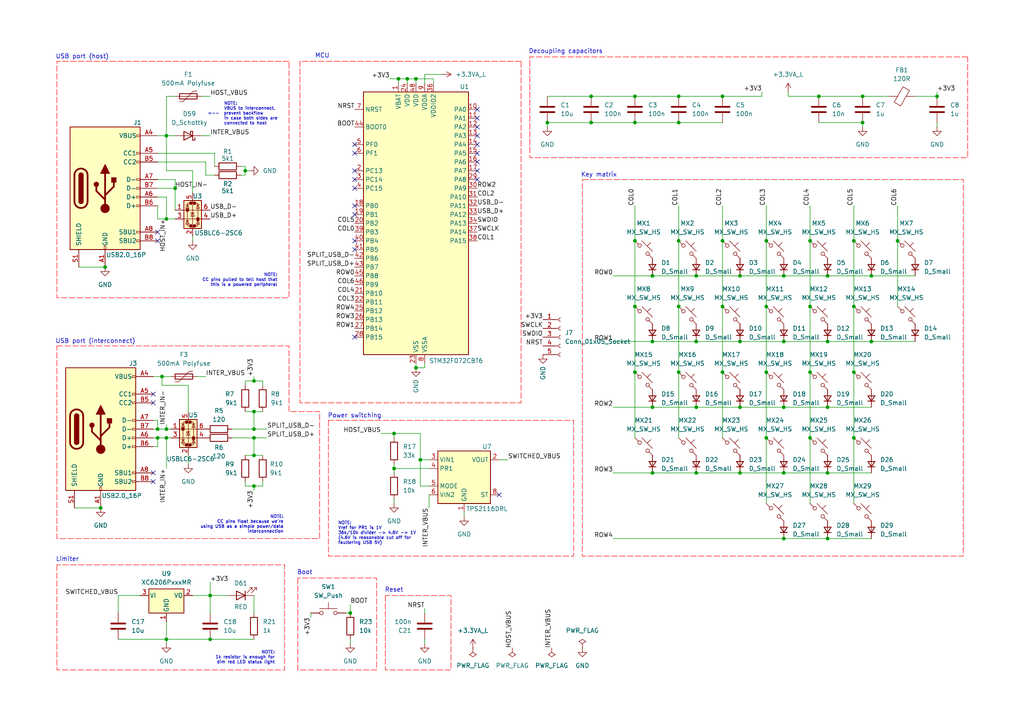
<source format=kicad_sch>
(kicad_sch (version 20250114) (generator "eeschema") (generator_version "9.0")
  (paper "A4")
  (title_block (title "glhfkbd") (date "2025-11-24") (rev "0") (company "redhotvengeance"))
  (text "NOTE:\nCC pins float because we're\nusing USB as a simple power/data\ninterconnection" (at 82.296 152.146 0) (effects (font (size 0.889 0.889)) (justify right)))
  (text "Power switching" (at 102.87 120.65 0) (effects (font (size 1.27 1.27))))
  (text "NOTE:\nCC pins pulled to tell host that\nthis is a powered peripheral" (at 80.518 81.28 0) (effects (font (size 0.889 0.889)) (justify right)))
  (text "NOTE:\n1k resistor is enough for\ndim red LED status light" (at 79.756 190.754 0) (effects (font (size 0.889 0.889)) (justify right)))
  (text "Decoupling capacitors" (at 164.084 14.986 0) (effects (font (size 1.27 1.27))))
  (text "USB port (host)" (at 23.876 16.51 0) (effects (font (size 1.27 1.27))))
  (text "Reset" (at 114.3 171.196 0) (effects (font (size 1.27 1.27))))
  (text "       NOTE:\n       VBUS to interconnect,\n<--  prevent backflow\n       in case both sides are\n       connected to host" (at 60.198 33.02 0) (effects (font (size 0.889 0.889)) (justify left)))
  (text "NOTE:\nVref for PR1 is 1V\n36k/10k divider -> 4.6V -> 1V\n(4.6V is reasonable cut off for\nfaultering USB 5V)" (at 98.044 154.686 0) (effects (font (size 0.889 0.889)) (justify left)))
  (text "Key matrix" (at 173.736 50.8 0) (effects (font (size 1.27 1.27))))
  (text "USB port (interconnect)" (at 27.686 99.06 0) (effects (font (size 1.27 1.27))))
  (text "Boot" (at 88.392 166.116 0) (effects (font (size 1.27 1.27))))
  (text "MCU" (at 93.472 16.256 0) (effects (font (size 1.27 1.27))))
  (text "Limiter" (at 19.558 162.306 0) (effects (font (size 1.27 1.27))))
  (junction (at 260.35 69.85))
  (junction (at 196.85 69.85))
  (junction (at 250.19 35.56))
  (junction (at 201.93 137.16))
  (junction (at 201.93 118.11))
  (junction (at 250.19 27.94))
  (junction (at 247.65 107.95))
  (junction (at 114.3 125.73))
  (junction (at 48.26 63.5))
  (junction (at 227.33 156.21))
  (junction (at 247.65 69.85))
  (junction (at 71.12 49.53))
  (junction (at 73.66 140.97))
  (junction (at 184.15 69.85))
  (junction (at 73.66 110.49))
  (junction (at 252.73 80.01))
  (junction (at 118.11 22.86))
  (junction (at 171.45 27.94))
  (junction (at 240.03 118.11))
  (junction (at 247.65 127))
  (junction (at 45.72 124.46))
  (junction (at 209.55 107.95))
  (junction (at 234.95 107.95))
  (junction (at 29.21 147.32))
  (junction (at 120.65 106.68))
  (junction (at 240.03 80.01))
  (junction (at 101.6 177.8))
  (junction (at 247.65 88.9))
  (junction (at 184.15 27.94))
  (junction (at 189.23 118.11))
  (junction (at 214.63 118.11))
  (junction (at 115.57 22.86))
  (junction (at 227.33 99.06))
  (junction (at 214.63 99.06))
  (junction (at 222.25 88.9))
  (junction (at 46.99 109.22))
  (junction (at 30.48 77.47))
  (junction (at 214.63 137.16))
  (junction (at 196.85 27.94))
  (junction (at 196.85 88.9))
  (junction (at 201.93 80.01))
  (junction (at 222.25 107.95))
  (junction (at 45.72 127))
  (junction (at 209.55 27.94))
  (junction (at 222.25 127))
  (junction (at 234.95 69.85))
  (junction (at 209.55 88.9))
  (junction (at 171.45 35.56))
  (junction (at 234.95 88.9))
  (junction (at 240.03 137.16))
  (junction (at 209.55 69.85))
  (junction (at 114.3 135.89))
  (junction (at 48.26 185.42))
  (junction (at 73.66 127))
  (junction (at 237.49 27.94))
  (junction (at 120.65 22.86))
  (junction (at 227.33 118.11))
  (junction (at 240.03 99.06))
  (junction (at 214.63 80.01))
  (junction (at 158.75 35.56))
  (junction (at 73.66 119.38))
  (junction (at 196.85 107.95))
  (junction (at 73.66 124.46))
  (junction (at 222.25 69.85))
  (junction (at 240.03 156.21))
  (junction (at 60.96 185.42))
  (junction (at 227.33 80.01))
  (junction (at 48.26 127))
  (junction (at 121.92 133.35))
  (junction (at 252.73 99.06))
  (junction (at 189.23 80.01))
  (junction (at 189.23 137.16))
  (junction (at 234.95 127))
  (junction (at 189.23 99.06))
  (junction (at 48.26 124.46))
  (junction (at 50.8 54.61))
  (junction (at 184.15 35.56))
  (junction (at 73.66 132.08))
  (junction (at 271.78 27.94))
  (junction (at 227.33 137.16))
  (junction (at 184.15 88.9))
  (junction (at 201.93 99.06))
  (junction (at 60.96 172.72))
  (junction (at 196.85 35.56))
  (junction (at 48.26 39.37))
  (junction (at 184.15 107.95))
  (no_connect (at 102.87 59.69))
  (no_connect (at 102.87 72.39))
  (no_connect (at 138.43 39.37))
  (no_connect (at 102.87 49.53))
  (no_connect (at 102.87 69.85))
  (no_connect (at 138.43 44.45))
  (no_connect (at 138.43 34.29))
  (no_connect (at 44.45 114.3))
  (no_connect (at 44.45 137.16))
  (no_connect (at 102.87 54.61))
  (no_connect (at 102.87 52.07))
  (no_connect (at 138.43 52.07))
  (no_connect (at 45.72 69.85))
  (no_connect (at 102.87 41.91))
  (no_connect (at 102.87 62.23))
  (no_connect (at 44.45 139.7))
  (no_connect (at 44.45 116.84))
  (no_connect (at 102.87 97.79))
  (no_connect (at 144.78 143.51))
  (no_connect (at 138.43 41.91))
  (no_connect (at 138.43 36.83))
  (no_connect (at 45.72 67.31))
  (no_connect (at 138.43 31.75))
  (no_connect (at 138.43 49.53))
  (no_connect (at 102.87 44.45))
  (no_connect (at 138.43 46.99))
  (wire (pts (xy 48.26 123.19) (xy 48.26 124.46)))
  (wire (pts (xy 120.65 22.86) (xy 120.65 24.13)))
  (wire (pts (xy 171.45 35.56) (xy 184.15 35.56)))
  (wire (pts (xy 48.26 124.46) (xy 49.53 124.46)))
  (wire (pts (xy 71.12 111.76) (xy 71.12 110.49)))
  (wire (pts (xy 73.66 127) (xy 73.66 132.08)))
  (wire (pts (xy 120.65 22.86) (xy 118.11 22.86)))
  (wire (pts (xy 71.12 50.8) (xy 71.12 49.53)))
  (wire (pts (xy 118.11 24.13) (xy 118.11 22.86)))
  (wire (pts (xy 123.19 21.59) (xy 123.19 24.13)))
  (wire (pts (xy 100.33 177.8) (xy 101.6 177.8)))
  (wire (pts (xy 196.85 88.9) (xy 196.85 107.95)))
  (wire (pts (xy 114.3 135.89) (xy 114.3 137.16)))
  (wire (pts (xy 234.95 127) (xy 234.95 146.05)))
  (wire (pts (xy 58.42 39.37) (xy 60.96 39.37)))
  (wire (pts (xy 237.49 35.56) (xy 250.19 35.56)))
  (wire (pts (xy 240.03 156.21) (xy 252.73 156.21)))
  (wire (pts (xy 184.15 69.85) (xy 184.15 88.9)))
  (wire (pts (xy 227.33 99.06) (xy 240.03 99.06)))
  (wire (pts (xy 214.63 137.16) (xy 227.33 137.16)))
  (wire (pts (xy 124.46 133.35) (xy 121.92 133.35)))
  (wire (pts (xy 50.8 54.61) (xy 50.8 60.96)))
  (wire (pts (xy 220.98 26.67) (xy 220.98 27.94)))
  (wire (pts (xy 73.66 132.08) (xy 76.2 132.08)))
  (wire (pts (xy 50.8 52.07) (xy 50.8 54.61)))
  (wire (pts (xy 114.3 144.78) (xy 114.3 146.05)))
  (wire (pts (xy 48.26 63.5) (xy 50.8 63.5)))
  (wire (pts (xy 73.66 127) (xy 77.47 127)))
  (wire (pts (xy 209.55 107.95) (xy 209.55 127)))
  (wire (pts (xy 201.93 118.11) (xy 214.63 118.11)))
  (wire (pts (xy 46.99 109.22) (xy 49.53 109.22)))
  (wire (pts (xy 73.66 110.49) (xy 76.2 110.49)))
  (wire (pts (xy 45.72 54.61) (xy 50.8 54.61)))
  (wire (pts (xy 189.23 99.06) (xy 201.93 99.06)))
  (wire (pts (xy 34.29 172.72) (xy 34.29 177.8)))
  (wire (pts (xy 45.72 121.92) (xy 45.72 124.46)))
  (wire (pts (xy 60.96 172.72) (xy 60.96 177.8)))
  (wire (pts (xy 125.73 22.86) (xy 125.73 24.13)))
  (wire (pts (xy 196.85 69.85) (xy 196.85 88.9)))
  (wire (pts (xy 71.12 110.49) (xy 73.66 110.49)))
  (wire (pts (xy 101.6 185.42) (xy 101.6 186.69)))
  (wire (pts (xy 222.25 127) (xy 222.25 146.05)))
  (wire (pts (xy 55.88 49.53) (xy 48.26 49.53)))
  (wire (pts (xy 134.62 148.59) (xy 134.62 149.86)))
  (wire (pts (xy 54.61 111.76) (xy 46.99 111.76)))
  (wire (pts (xy 184.15 88.9) (xy 184.15 107.95)))
  (wire (pts (xy 260.35 59.69) (xy 260.35 69.85)))
  (wire (pts (xy 48.26 39.37) (xy 50.8 39.37)))
  (wire (pts (xy 184.15 59.69) (xy 184.15 69.85)))
  (wire (pts (xy 196.85 35.56) (xy 209.55 35.56)))
  (wire (pts (xy 73.66 172.72) (xy 73.66 177.8)))
  (wire (pts (xy 44.45 127) (xy 45.72 127)))
  (wire (pts (xy 73.66 140.97) (xy 76.2 140.97)))
  (wire (pts (xy 177.8 156.21) (xy 227.33 156.21)))
  (wire (pts (xy 48.26 49.53) (xy 48.26 39.37)))
  (wire (pts (xy 71.12 132.08) (xy 73.66 132.08)))
  (wire (pts (xy 69.85 48.26) (xy 71.12 48.26)))
  (wire (pts (xy 110.49 125.73) (xy 114.3 125.73)))
  (wire (pts (xy 234.95 59.69) (xy 234.95 69.85)))
  (wire (pts (xy 222.25 88.9) (xy 222.25 107.95)))
  (wire (pts (xy 90.17 177.8) (xy 90.17 179.07)))
  (wire (pts (xy 73.66 109.22) (xy 73.66 110.49)))
  (wire (pts (xy 201.93 99.06) (xy 214.63 99.06)))
  (wire (pts (xy 22.86 77.47) (xy 30.48 77.47)))
  (wire (pts (xy 60.96 185.42) (xy 73.66 185.42)))
  (wire (pts (xy 54.61 111.76) (xy 54.61 119.38)))
  (wire (pts (xy 227.33 118.11) (xy 240.03 118.11)))
  (wire (pts (xy 58.42 27.94) (xy 60.96 27.94)))
  (wire (pts (xy 123.19 106.68) (xy 120.65 106.68)))
  (wire (pts (xy 34.29 172.72) (xy 40.64 172.72)))
  (wire (pts (xy 45.72 124.46) (xy 48.26 124.46)))
  (wire (pts (xy 252.73 99.06) (xy 265.43 99.06)))
  (wire (pts (xy 177.8 80.01) (xy 189.23 80.01)))
  (wire (pts (xy 48.26 180.34) (xy 48.26 185.42)))
  (wire (pts (xy 54.61 132.08) (xy 54.61 134.62)))
  (wire (pts (xy 48.26 127) (xy 49.53 127)))
  (wire (pts (xy 271.78 26.67) (xy 271.78 27.94)))
  (wire (pts (xy 228.6 27.94) (xy 237.49 27.94)))
  (wire (pts (xy 184.15 107.95) (xy 184.15 127)))
  (wire (pts (xy 222.25 69.85) (xy 222.25 88.9)))
  (wire (pts (xy 120.65 105.41) (xy 120.65 106.68)))
  (wire (pts (xy 45.72 129.54) (xy 45.72 127)))
  (wire (pts (xy 260.35 69.85) (xy 260.35 88.9)))
  (wire (pts (xy 21.59 147.32) (xy 29.21 147.32)))
  (wire (pts (xy 250.19 35.56) (xy 250.19 36.83)))
  (wire (pts (xy 59.69 46.99) (xy 59.69 50.8)))
  (wire (pts (xy 73.66 119.38) (xy 76.2 119.38)))
  (wire (pts (xy 247.65 127) (xy 247.65 146.05)))
  (wire (pts (xy 123.19 176.53) (xy 123.19 177.8)))
  (wire (pts (xy 177.8 137.16) (xy 189.23 137.16)))
  (wire (pts (xy 196.85 59.69) (xy 196.85 69.85)))
  (wire (pts (xy 69.85 50.8) (xy 71.12 50.8)))
  (wire (pts (xy 234.95 69.85) (xy 234.95 88.9)))
  (wire (pts (xy 45.72 59.69) (xy 45.72 63.5)))
  (wire (pts (xy 48.26 57.15) (xy 48.26 63.5)))
  (wire (pts (xy 240.03 99.06) (xy 252.73 99.06)))
  (wire (pts (xy 59.69 50.8) (xy 62.23 50.8)))
  (wire (pts (xy 44.45 124.46) (xy 45.72 124.46)))
  (wire (pts (xy 71.12 140.97) (xy 73.66 140.97)))
  (wire (pts (xy 177.8 99.06) (xy 189.23 99.06)))
  (wire (pts (xy 48.26 57.15) (xy 45.72 57.15)))
  (wire (pts (xy 55.88 172.72) (xy 60.96 172.72)))
  (wire (pts (xy 158.75 35.56) (xy 171.45 35.56)))
  (wire (pts (xy 48.26 127) (xy 48.26 135.89)))
  (wire (pts (xy 45.72 127) (xy 48.26 127)))
  (wire (pts (xy 45.72 46.99) (xy 59.69 46.99)))
  (wire (pts (xy 247.65 107.95) (xy 247.65 127)))
  (wire (pts (xy 240.03 118.11) (xy 252.73 118.11)))
  (wire (pts (xy 247.65 69.85) (xy 247.65 88.9)))
  (wire (pts (xy 171.45 27.94) (xy 184.15 27.94)))
  (wire (pts (xy 227.33 137.16) (xy 240.03 137.16)))
  (wire (pts (xy 124.46 140.97) (xy 121.92 140.97)))
  (wire (pts (xy 55.88 49.53) (xy 55.88 55.88)))
  (wire (pts (xy 71.12 48.26) (xy 71.12 49.53)))
  (wire (pts (xy 214.63 80.01) (xy 227.33 80.01)))
  (wire (pts (xy 60.96 185.42) (xy 48.26 185.42)))
  (wire (pts (xy 120.65 22.86) (xy 125.73 22.86)))
  (wire (pts (xy 76.2 140.97) (xy 76.2 139.7)))
  (wire (pts (xy 76.2 110.49) (xy 76.2 111.76)))
  (wire (pts (xy 247.65 88.9) (xy 247.65 107.95)))
  (wire (pts (xy 184.15 27.94) (xy 196.85 27.94)))
  (wire (pts (xy 48.26 185.42) (xy 48.26 186.69)))
  (wire (pts (xy 124.46 143.51) (xy 124.46 147.32)))
  (wire (pts (xy 71.12 119.38) (xy 73.66 119.38)))
  (wire (pts (xy 234.95 107.95) (xy 234.95 127)))
  (wire (pts (xy 46.99 111.76) (xy 46.99 109.22)))
  (wire (pts (xy 121.92 140.97) (xy 121.92 133.35)))
  (wire (pts (xy 57.15 109.22) (xy 59.69 109.22)))
  (wire (pts (xy 144.78 133.35) (xy 147.32 133.35)))
  (wire (pts (xy 189.23 137.16) (xy 201.93 137.16)))
  (wire (pts (xy 209.55 59.69) (xy 209.55 69.85)))
  (wire (pts (xy 209.55 27.94) (xy 220.98 27.94)))
  (wire (pts (xy 73.66 124.46) (xy 77.47 124.46)))
  (wire (pts (xy 71.12 139.7) (xy 71.12 140.97)))
  (wire (pts (xy 73.66 119.38) (xy 73.66 124.46)))
  (wire (pts (xy 44.45 129.54) (xy 45.72 129.54)))
  (wire (pts (xy 158.75 35.56) (xy 158.75 36.83)))
  (wire (pts (xy 71.12 49.53) (xy 72.39 49.53)))
  (wire (pts (xy 177.8 118.11) (xy 189.23 118.11)))
  (wire (pts (xy 252.73 80.01) (xy 265.43 80.01)))
  (wire (pts (xy 265.43 27.94) (xy 271.78 27.94)))
  (wire (pts (xy 227.33 80.01) (xy 240.03 80.01)))
  (wire (pts (xy 209.55 69.85) (xy 209.55 88.9)))
  (wire (pts (xy 240.03 137.16) (xy 252.73 137.16)))
  (wire (pts (xy 114.3 125.73) (xy 114.3 127)))
  (wire (pts (xy 158.75 27.94) (xy 171.45 27.94)))
  (wire (pts (xy 113.03 22.86) (xy 115.57 22.86)))
  (wire (pts (xy 118.11 22.86) (xy 115.57 22.86)))
  (wire (pts (xy 48.26 27.94) (xy 48.26 39.37)))
  (wire (pts (xy 67.31 124.46) (xy 73.66 124.46)))
  (wire (pts (xy 228.6 26.67) (xy 228.6 27.94)))
  (wire (pts (xy 227.33 156.21) (xy 240.03 156.21)))
  (wire (pts (xy 48.26 27.94) (xy 50.8 27.94)))
  (wire (pts (xy 196.85 27.94) (xy 209.55 27.94)))
  (wire (pts (xy 234.95 88.9) (xy 234.95 107.95)))
  (wire (pts (xy 271.78 35.56) (xy 271.78 36.83)))
  (wire (pts (xy 237.49 27.94) (xy 250.19 27.94)))
  (wire (pts (xy 121.92 125.73) (xy 114.3 125.73)))
  (wire (pts (xy 247.65 59.69) (xy 247.65 69.85)))
  (wire (pts (xy 60.96 168.91) (xy 60.96 172.72)))
  (wire (pts (xy 34.29 185.42) (xy 48.26 185.42)))
  (wire (pts (xy 250.19 27.94) (xy 257.81 27.94)))
  (wire (pts (xy 101.6 175.26) (xy 101.6 177.8)))
  (wire (pts (xy 189.23 80.01) (xy 201.93 80.01)))
  (wire (pts (xy 201.93 80.01) (xy 214.63 80.01)))
  (wire (pts (xy 45.72 52.07) (xy 50.8 52.07)))
  (wire (pts (xy 114.3 135.89) (xy 124.46 135.89)))
  (wire (pts (xy 73.66 140.97) (xy 73.66 142.24)))
  (wire (pts (xy 214.63 118.11) (xy 227.33 118.11)))
  (wire (pts (xy 44.45 109.22) (xy 46.99 109.22)))
  (wire (pts (xy 189.23 118.11) (xy 201.93 118.11)))
  (wire (pts (xy 184.15 35.56) (xy 196.85 35.56)))
  (wire (pts (xy 45.72 39.37) (xy 48.26 39.37)))
  (wire (pts (xy 67.31 127) (xy 73.66 127)))
  (wire (pts (xy 123.19 105.41) (xy 123.19 106.68)))
  (wire (pts (xy 123.19 186.69) (xy 123.19 185.42)))
  (wire (pts (xy 209.55 88.9) (xy 209.55 107.95)))
  (wire (pts (xy 55.88 68.58) (xy 55.88 69.85)))
  (wire (pts (xy 115.57 22.86) (xy 115.57 24.13)))
  (wire (pts (xy 45.72 44.45) (xy 62.23 44.45)))
  (wire (pts (xy 201.93 137.16) (xy 214.63 137.16)))
  (wire (pts (xy 121.92 125.73) (xy 121.92 133.35)))
  (wire (pts (xy 123.19 21.59) (xy 128.27 21.59)))
  (wire (pts (xy 114.3 134.62) (xy 114.3 135.89)))
  (wire (pts (xy 214.63 99.06) (xy 227.33 99.06)))
  (wire (pts (xy 45.72 63.5) (xy 48.26 63.5)))
  (wire (pts (xy 60.96 172.72) (xy 66.04 172.72)))
  (wire (pts (xy 222.25 59.69) (xy 222.25 69.85)))
  (wire (pts (xy 222.25 107.95) (xy 222.25 127)))
  (wire (pts (xy 44.45 121.92) (xy 45.72 121.92)))
  (wire (pts (xy 196.85 107.95) (xy 196.85 127)))
  (wire (pts (xy 240.03 80.01) (xy 252.73 80.01)))
  (wire (pts (xy 62.23 48.26) (xy 62.23 44.45)))
  (label "COL6" (at 260.35 59.69 90))
  (label "HOST_IN-" (at 50.8 54.61 0))
  (label "COL3" (at 222.25 59.69 90))
  (label "BOOT" (at 101.6 175.26 0))
  (label "COL2" (at 209.55 59.69 90))
  (label "COL5" (at 102.87 64.77 180))
  (label "SWCLK" (at 138.43 67.31 0))
  (label "COL5" (at 247.65 59.69 90))
  (label "SPLIT_USB_D+" (at 102.87 77.47 180))
  (label "INTER_VBUS" (at 60.96 39.37 0))
  (label "+3V3" (at 271.78 26.67 0))
  (label "HOST_IN+" (at 48.26 63.5 270))
  (label "BOOT" (at 102.87 36.83 180))
  (label "ROW2" (at 138.43 54.61 0))
  (label "ROW1" (at 102.87 95.25 180))
  (label "+3V3" (at 90.17 179.07 270))
  (label "USB_D-" (at 138.43 59.69 0))
  (label "ROW4" (at 177.8 156.21 180))
  (label "+3V3" (at 220.98 26.67 180))
  (label "+3V3" (at 60.96 168.91 0))
  (label "NRST" (at 123.19 176.53 180))
  (label "+3V3" (at 113.03 22.86 180))
  (label "INTER_VBUS" (at 124.46 147.32 270))
  (label "SWITCHED_VBUS" (at 147.32 133.35 0))
  (label "SWDIO" (at 157.48 97.79 180))
  (label "COL1" (at 196.85 59.69 90))
  (label "ROW2" (at 177.8 118.11 180))
  (label "ROW3" (at 177.8 137.16 180))
  (label "NRST" (at 157.48 100.33 180))
  (label "INTER_IN-" (at 48.26 123.19 90))
  (label "USB_D-" (at 60.96 60.96 0))
  (label "COL1" (at 138.43 69.85 0))
  (label "ROW0" (at 102.87 80.01 180))
  (label "COL6" (at 102.87 82.55 180))
  (label "SWITCHED_VBUS" (at 34.29 172.72 180))
  (label "+3V3" (at 73.66 109.22 90))
  (label "COL0" (at 102.87 67.31 180))
  (label "SPLIT_USB_D-" (at 77.47 124.46 0))
  (label "HOST_VBUS" (at 148.59 187.96 90))
  (label "SPLIT_USB_D+" (at 77.47 127 0))
  (label "COL4" (at 234.95 59.69 90))
  (label "SWDIO" (at 138.43 64.77 0))
  (label "SWCLK" (at 157.48 95.25 180))
  (label "COL4" (at 102.87 85.09 180))
  (label "+3V3" (at 73.66 142.24 270))
  (label "NRST" (at 102.87 31.75 180))
  (label "COL2" (at 138.43 57.15 0))
  (label "INTER_VBUS" (at 160.02 187.96 90))
  (label "HOST_VBUS" (at 110.49 125.73 180))
  (label "COL0" (at 184.15 59.69 90))
  (label "+3V3" (at 157.48 92.71 180))
  (label "USB_D+" (at 60.96 63.5 0))
  (label "ROW4" (at 102.87 90.17 180))
  (label "HOST_VBUS" (at 60.96 27.94 0))
  (label "ROW0" (at 177.8 80.01 180))
  (label "INTER_VBUS" (at 59.69 109.22 0))
  (label "COL3" (at 102.87 87.63 180))
  (label "INTER_IN+" (at 48.26 135.89 270))
  (label "SPLIT_USB_D-" (at 102.87 74.93 180))
  (label "ROW3" (at 102.87 92.71 180))
  (label "ROW1" (at 177.8 99.06 180))
  (label "USB_D+" (at 138.43 62.23 0))
  (rule_area (polyline (pts (xy 111.76 172.72) (xy 111.76 194.31) (xy 130.81 194.31) (xy 130.81 172.72)) (stroke (width 0) (type dash))))
  (rule_area (polyline (pts (xy 95.25 121.92) (xy 95.25 161.29) (xy 166.37 161.29) (xy 166.37 121.92)) (stroke (width 0) (type dash))))
  (rule_area (polyline (pts (xy 16.51 163.83) (xy 16.51 194.31) (xy 82.55 194.31) (xy 82.55 163.83)) (stroke (width 0) (type dash))))
  (rule_area (polyline (pts (xy 86.36 167.64) (xy 86.36 194.31) (xy 109.22 194.31) (xy 109.22 167.64)) (stroke (width 0) (type dash))))
  (rule_area (polyline (pts (xy 151.13 17.78) (xy 86.995 17.78) (xy 86.995 116.84) (xy 151.13 116.84)) (stroke (width 0) (type dash))))
  (rule_area (polyline (pts (xy 16.51 100.33) (xy 83.82 100.33) (xy 83.82 119.38) (xy 92.71 119.38) (xy 92.71 156.21) (xy 16.51 156.21)) (stroke (width 0) (type dash))))
  (rule_area (polyline (pts (xy 280.67 16.51) (xy 153.67 16.51) (xy 153.67 45.72) (xy 280.67 45.72)) (stroke (width 0) (type dash))))
  (rule_area (polyline (pts (xy 83.82 17.78) (xy 16.51 17.78) (xy 16.51 86.36) (xy 83.82 86.36)) (stroke (width 0) (type dash))))
  (rule_area (polyline (pts (xy 168.91 52.07) (xy 279.4 52.07) (xy 279.4 161.29) (xy 279.4 161.29) (xy 168.91 161.29)) (stroke (width 0) (type dash))))
  (symbol (lib_id "PCM_marbastlib-mx:MX_SW_HS_CPG151101S11") (at 250.19 148.59 0) (unit 1) (in_bom no)
    (property "Reference" "MX29" (at 250.19 140.97 0))
    (property "Value" "MX_SW_HS" (at 250.19 143.51 0))
    (property "Footprint" "PCM_marbastlib-mx:SW_MX_HS_CPG151101S11_1u" (effects (hide yes)))
    (property "Description" "Push button switch, normally open, two pins, 45° tilted, Kailh CPG151101S11 for Cherry MX style switches" (effects (hide yes)))
  )
  (symbol (lib_id "PCM_marbastlib-mx:MX_SW_HS_CPG151101S11") (at 250.19 91.44 0) (unit 1) (in_bom no)
    (property "Reference" "MX13" (at 250.19 83.82 0))
    (property "Value" "MX_SW_HS" (at 250.19 86.36 0))
    (property "Footprint" "PCM_marbastlib-mx:SW_MX_HS_CPG151101S11_1u" (effects (hide yes)))
    (property "Description" "Push button switch, normally open, two pins, 45° tilted, Kailh CPG151101S11 for Cherry MX style switches" (effects (hide yes)))
  )
  (symbol (lib_id "PCM_marbastlib-mx:MX_SW_HS_CPG151101S11") (at 212.09 110.49 0) (unit 1) (in_bom no)
    (property "Reference" "MX17" (at 212.09 102.87 0))
    (property "Value" "MX_SW_HS" (at 212.09 105.41 0))
    (property "Footprint" "PCM_marbastlib-mx:SW_MX_HS_CPG151101S11_1u" (effects (hide yes)))
    (property "Description" "Push button switch, normally open, two pins, 45° tilted, Kailh CPG151101S11 for Cherry MX style switches" (effects (hide yes)))
  )
  (symbol (lib_id "Device:Polyfuse") (at 53.34 109.22 90) (unit 1)
    (property "Reference" "F3" (at 53.34 102.87 90))
    (property "Value" "500mA Polyfuse" (at 53.34 105.41 90))
    (property "Footprint" "footprints:fuse_500ma" (effects (hide yes)))
    (property "Description" "6V 500mA 40A 1A 0603 Resettable Fuses ROHS" (effects (hide yes)))
    (property "LCSC" "C210357" (effects (hide yes)))
    (property "Manufacturer" "BOURNS" (effects (hide yes)))
    (property "Manufacturer Part" "MF-FSMF050X-2" (effects (hide yes)))
  )
  (symbol (lib_id "PCM_marbastlib-mx:MX_SW_HS_CPG151101S11") (at 199.39 110.49 0) (unit 1) (in_bom no)
    (property "Reference" "MX16" (at 199.39 102.87 0))
    (property "Value" "MX_SW_HS" (at 199.39 105.41 0))
    (property "Footprint" "PCM_marbastlib-mx:SW_MX_HS_CPG151101S11_1u" (effects (hide yes)))
    (property "Description" "Push button switch, normally open, two pins, 45° tilted, Kailh CPG151101S11 for Cherry MX style switches" (effects (hide yes)))
  )
  (symbol (lib_id "power:+3.3VA") (at 228.6 26.67 0) (unit 1)
    (property "Reference" "#PWR01" (effects (hide yes)))
    (property "Value" "+3.3VA_L" (at 228.6 21.59 0))
    (property "Description" "Power symbol creates a global label with name \"+3.3VA\"" (effects (hide yes)))
  )
  (symbol (lib_id "Device:D_Small") (at 240.03 96.52 90) (unit 1)
    (property "Reference" "D12" (at 242.57 95.2499 90) (effects (justify right)))
    (property "Value" "D_Small" (at 242.57 97.7899 90) (effects (justify right)))
    (property "Footprint" "footprints:diode_sod123" (effects (hide yes)))
    (property "Description" "75V Independent Type 1V@50mA 4ns 150mA SOD-123 Switching Diodes ROHS" (effects (hide yes)))
    (property "Sim.Device" "D" (effects (hide yes)))
    (property "Sim.Pins" "1=K 2=A" (effects (hide yes)))
    (property "LCSC" "C81598" (effects (hide yes)))
    (property "Manufacturer" "ST(Semtech)" (effects (hide yes)))
    (property "Manufacturer Part" "1N4148W" (effects (hide yes)))
  )
  (symbol (lib_id "Device:D_Small") (at 201.93 134.62 90) (unit 1)
    (property "Reference" "D22" (at 204.47 133.3499 90) (effects (justify right)))
    (property "Value" "D_Small" (at 204.47 135.8899 90) (effects (justify right)))
    (property "Footprint" "footprints:diode_sod123" (effects (hide yes)))
    (property "Description" "75V Independent Type 1V@50mA 4ns 150mA SOD-123 Switching Diodes ROHS" (effects (hide yes)))
    (property "Sim.Device" "D" (effects (hide yes)))
    (property "Sim.Pins" "1=K 2=A" (effects (hide yes)))
    (property "LCSC" "C81598" (effects (hide yes)))
    (property "Manufacturer" "ST(Semtech)" (effects (hide yes)))
    (property "Manufacturer Part" "1N4148W" (effects (hide yes)))
  )
  (symbol (lib_id "Device:D_Small") (at 201.93 115.57 90) (unit 1)
    (property "Reference" "D16" (at 204.47 114.2999 90) (effects (justify right)))
    (property "Value" "D_Small" (at 204.47 116.8399 90) (effects (justify right)))
    (property "Footprint" "footprints:diode_sod123" (effects (hide yes)))
    (property "Description" "75V Independent Type 1V@50mA 4ns 150mA SOD-123 Switching Diodes ROHS" (effects (hide yes)))
    (property "Sim.Device" "D" (effects (hide yes)))
    (property "Sim.Pins" "1=K 2=A" (effects (hide yes)))
    (property "LCSC" "C81598" (effects (hide yes)))
    (property "Manufacturer" "ST(Semtech)" (effects (hide yes)))
    (property "Manufacturer Part" "1N4148W" (effects (hide yes)))
  )
  (symbol (lib_id "Device:D_Small") (at 201.93 77.47 90) (unit 1)
    (property "Reference" "D2" (at 204.47 76.1999 90) (effects (justify right)))
    (property "Value" "D_Small" (at 204.47 78.7399 90) (effects (justify right)))
    (property "Footprint" "footprints:diode_sod123" (effects (hide yes)))
    (property "Description" "75V Independent Type 1V@50mA 4ns 150mA SOD-123 Switching Diodes ROHS" (effects (hide yes)))
    (property "Sim.Device" "D" (effects (hide yes)))
    (property "Sim.Pins" "1=K 2=A" (effects (hide yes)))
    (property "LCSC" "C81598" (effects (hide yes)))
    (property "Manufacturer" "ST(Semtech)" (effects (hide yes)))
    (property "Manufacturer Part" "1N4148W" (effects (hide yes)))
  )
  (symbol (lib_id "Device:R") (at 71.12 115.57 0) (unit 1)
    (property "Reference" "R7" (at 65.278 114.3 0) (effects (justify left)))
    (property "Value" "9k1" (at 65.278 116.84 0) (effects (justify left)))
    (property "Footprint" "footprints:res_9k1" (effects (hide yes)))
    (property "Description" "-55℃~+155℃ 100mW 75V 9.1kΩ Thick Film Resistor ±1% ±100ppm/℃ 0603 Chip Resistor - Surface Mount ROHS" (effects (hide yes)))
    (property "LCSC" "C23260" (effects (hide yes)))
  )
  (symbol (lib_id "Device:D_Small") (at 227.33 115.57 90) (unit 1)
    (property "Reference" "D18" (at 229.87 114.2999 90) (effects (justify right)))
    (property "Value" "D_Small" (at 229.87 116.8399 90) (effects (justify right)))
    (property "Footprint" "footprints:diode_sod123" (effects (hide yes)))
    (property "Description" "75V Independent Type 1V@50mA 4ns 150mA SOD-123 Switching Diodes ROHS" (effects (hide yes)))
    (property "Sim.Device" "D" (effects (hide yes)))
    (property "Sim.Pins" "1=K 2=A" (effects (hide yes)))
    (property "LCSC" "C81598" (effects (hide yes)))
    (property "Manufacturer" "ST(Semtech)" (effects (hide yes)))
    (property "Manufacturer Part" "1N4148W" (effects (hide yes)))
  )
  (symbol (lib_id "Regulator_Linear:XC6206PxxxMR") (at 48.26 172.72 0) (unit 1)
    (property "Reference" "U9" (at 48.26 166.37 0))
    (property "Value" "XC6206PxxxMR" (at 48.26 168.91 0))
    (property "Footprint" "footprints:xc6206" (effects (hide yes)))
    (property "Datasheet" "https://www.torexsemi.com/file/xc6206/XC6206.pdf" (effects (hide yes)))
    (property "Description" "200mA Fixed 3.3V Positive electrode 6V SOT-23-3L Voltage Regulators - Linear, Low Drop Out (LDO) Regulators ROHS" (effects (hide yes)))
    (property "LCSC" "C5446" (effects (hide yes)))
    (property "Manufacturer" "Torex Semicon" (effects (hide yes)))
    (property "Manufacturer Part" "XC6206P332MR-G" (effects (hide yes)))
  )
  (symbol (lib_id "Device:R") (at 71.12 135.89 0) (unit 1)
    (property "Reference" "R9" (at 65.278 134.62 0) (effects (justify left)))
    (property "Value" "9k1" (at 65.278 137.16 0) (effects (justify left)))
    (property "Footprint" "footprints:res_9k1" (effects (hide yes)))
    (property "Description" "-55℃~+155℃ 100mW 75V 9.1kΩ Thick Film Resistor ±1% ±100ppm/℃ 0603 Chip Resistor - Surface Mount ROHS" (effects (hide yes)))
    (property "LCSC" "C23260" (effects (hide yes)))
  )
  (symbol (lib_id "Device:D_Small") (at 252.73 96.52 90) (unit 1)
    (property "Reference" "D13" (at 255.27 95.2499 90) (effects (justify right)))
    (property "Value" "D_Small" (at 255.27 97.7899 90) (effects (justify right)))
    (property "Footprint" "footprints:diode_sod123" (effects (hide yes)))
    (property "Description" "75V Independent Type 1V@50mA 4ns 150mA SOD-123 Switching Diodes ROHS" (effects (hide yes)))
    (property "Sim.Device" "D" (effects (hide yes)))
    (property "Sim.Pins" "1=K 2=A" (effects (hide yes)))
    (property "LCSC" "C81598" (effects (hide yes)))
    (property "Manufacturer" "ST(Semtech)" (effects (hide yes)))
    (property "Manufacturer Part" "1N4148W" (effects (hide yes)))
  )
  (symbol (lib_id "Device:D_Small") (at 189.23 134.62 90) (unit 1)
    (property "Reference" "D21" (at 191.77 133.3499 90) (effects (justify right)))
    (property "Value" "D_Small" (at 191.77 135.8899 90) (effects (justify right)))
    (property "Footprint" "footprints:diode_sod123" (effects (hide yes)))
    (property "Description" "75V Independent Type 1V@50mA 4ns 150mA SOD-123 Switching Diodes ROHS" (effects (hide yes)))
    (property "Sim.Device" "D" (effects (hide yes)))
    (property "Sim.Pins" "1=K 2=A" (effects (hide yes)))
    (property "LCSC" "C81598" (effects (hide yes)))
    (property "Manufacturer" "ST(Semtech)" (effects (hide yes)))
    (property "Manufacturer Part" "1N4148W" (effects (hide yes)))
  )
  (symbol (lib_id "Device:R") (at 66.04 50.8 90) (unit 1)
    (property "Reference" "R2" (at 66.04 53.34 90))
    (property "Value" "5k1" (at 66.04 55.372 90))
    (property "Footprint" "footprints:res_5k1" (effects (hide yes)))
    (property "Description" "62.5mW Thick Film Resistors 50V ±100ppm/℃ ±1% 5.1kΩ 0402 Chip Resistor - Surface Mount ROHS" (effects (hide yes)))
    (property "LCSC" "C25905" (effects (hide yes)))
    (property "Manufacturer" "UNI-ROYAL(Uniroyal Elec)" (effects (hide yes)))
    (property "Manufacturer Part" "0402WGF5101TCE" (effects (hide yes)))
  )
  (symbol (lib_id "Device:R") (at 66.04 48.26 90) (unit 1)
    (property "Reference" "R1" (at 66.04 43.942 90))
    (property "Value" "5k1" (at 66.04 45.974 90))
    (property "Footprint" "footprints:res_5k1" (effects (hide yes)))
    (property "Description" "62.5mW Thick Film Resistors 50V ±100ppm/℃ ±1% 5.1kΩ 0402 Chip Resistor - Surface Mount ROHS" (effects (hide yes)))
    (property "LCSC" "C25905" (effects (hide yes)))
    (property "Manufacturer" "UNI-ROYAL(Uniroyal Elec)" (effects (hide yes)))
    (property "Manufacturer Part" "0402WGF5101TCE" (effects (hide yes)))
  )
  (symbol (lib_id "Device:D_Small") (at 252.73 153.67 90) (unit 1)
    (property "Reference" "D29" (at 255.27 152.3999 90) (effects (justify right)))
    (property "Value" "D_Small" (at 255.27 154.9399 90) (effects (justify right)))
    (property "Footprint" "footprints:diode_sod123" (effects (hide yes)))
    (property "Description" "75V Independent Type 1V@50mA 4ns 150mA SOD-123 Switching Diodes ROHS" (effects (hide yes)))
    (property "Sim.Device" "D" (effects (hide yes)))
    (property "Sim.Pins" "1=K 2=A" (effects (hide yes)))
    (property "LCSC" "C81598" (effects (hide yes)))
    (property "Manufacturer" "ST(Semtech)" (effects (hide yes)))
    (property "Manufacturer Part" "1N4148W" (effects (hide yes)))
  )
  (symbol (lib_id "Switch:SW_Push") (at 95.25 177.8 0) (unit 1)
    (property "Reference" "SW1" (at 95.25 170.18 0))
    (property "Value" "SW_Push" (at 95.25 172.72 0))
    (property "Footprint" "footprints:switch" (effects (hide yes)))
    (property "Description" "-30℃~+80℃ 1.6N 100,000 Cycles 12V 2mm 3mm 4mm 50mA Black Round Button SMD(SMT) Tab SPST Surface Mount,Vertical Without Bracket SMD Tactile Switches ROHS" (effects (hide yes)))
    (property "LCSC" "C720477" (effects (hide yes)))
    (property "Manufacturer" "XUNPU" (effects (hide yes)))
    (property "Manufacturer Part" "TS-1088-AR02016" (effects (hide yes)))
  )
  (symbol (lib_id "Device:D_Small") (at 214.63 134.62 90) (unit 1)
    (property "Reference" "D23" (at 217.17 133.3499 90) (effects (justify right)))
    (property "Value" "D_Small" (at 217.17 135.8899 90) (effects (justify right)))
    (property "Footprint" "footprints:diode_sod123" (effects (hide yes)))
    (property "Description" "75V Independent Type 1V@50mA 4ns 150mA SOD-123 Switching Diodes ROHS" (effects (hide yes)))
    (property "Sim.Device" "D" (effects (hide yes)))
    (property "Sim.Pins" "1=K 2=A" (effects (hide yes)))
    (property "LCSC" "C81598" (effects (hide yes)))
    (property "Manufacturer" "ST(Semtech)" (effects (hide yes)))
    (property "Manufacturer Part" "1N4148W" (effects (hide yes)))
  )
  (symbol (lib_id "Device:C") (at 34.29 181.61 0) (unit 1)
    (property "Reference" "C17" (at 38.1 180.3399 0) (effects (justify left)))
    (property "Value" "10u" (at 38.1 182.8799 0) (effects (justify left)))
    (property "Footprint" "footprints:cap_10uf" (effects (hide yes)))
    (property "Description" "6.3V 10uF X5R ±20% 0402 Multilayer Ceramic Capacitors MLCC - SMD/SMT ROHS" (effects (hide yes)))
    (property "LCSC" "C15525" (effects (hide yes)))
    (property "Manufacturer" "Samsung Electro-Mechanics" (effects (hide yes)))
    (property "Manufacturer Part" "CL05A106MQ5NUNC" (effects (hide yes)))
  )
  (symbol (lib_id "PCM_marbastlib-mx:MX_SW_HS_CPG151101S11") (at 262.89 72.39 0) (unit 1) (in_bom no)
    (property "Reference" "MX7" (at 262.89 64.77 0))
    (property "Value" "MX_SW_HS" (at 262.89 67.31 0))
    (property "Footprint" "PCM_marbastlib-mx:SW_MX_HS_CPG151101S11_1u" (effects (hide yes)))
    (property "Description" "Push button switch, normally open, two pins, 45° tilted, Kailh CPG151101S11 for Cherry MX style switches" (effects (hide yes)))
  )
  (symbol (lib_id "PCM_marbastlib-mx:MX_SW_HS_CPG151101S11") (at 224.79 110.49 0) (unit 1) (in_bom no)
    (property "Reference" "MX18" (at 224.79 102.87 0))
    (property "Value" "MX_SW_HS" (at 224.79 105.41 0))
    (property "Footprint" "PCM_marbastlib-mx:SW_MX_HS_CPG151101S11_1u" (effects (hide yes)))
    (property "Description" "Push button switch, normally open, two pins, 45° tilted, Kailh CPG151101S11 for Cherry MX style switches" (effects (hide yes)))
  )
  (symbol (lib_id "PCM_marbastlib-mx:MX_SW_HS_CPG151101S11") (at 186.69 110.49 0) (unit 1) (in_bom no)
    (property "Reference" "MX15" (at 186.69 102.87 0))
    (property "Value" "MX_SW_HS" (at 186.69 105.41 0))
    (property "Footprint" "PCM_marbastlib-mx:SW_MX_HS_CPG151101S11_1u" (effects (hide yes)))
    (property "Description" "Push button switch, normally open, two pins, 45° tilted, Kailh CPG151101S11 for Cherry MX style switches" (effects (hide yes)))
  )
  (symbol (lib_id "power:GND") (at 158.75 36.83 0) (unit 1)
    (property "Reference" "#PWR02" (effects (hide yes)))
    (property "Value" "GND" (at 158.75 41.91 0))
    (property "Description" "Power symbol creates a global label with name \"GND\" , ground" (effects (hide yes)))
  )
  (symbol (lib_id "PCM_marbastlib-mx:MX_SW_HS_CPG151101S11") (at 224.79 148.59 0) (unit 1) (in_bom no)
    (property "Reference" "MX27" (at 224.79 140.97 0))
    (property "Value" "MX_SW_HS" (at 224.79 143.51 0))
    (property "Footprint" "PCM_marbastlib-mx:SW_MX_HS_CPG151101S11_1u" (effects (hide yes)))
    (property "Description" "Push button switch, normally open, two pins, 45° tilted, Kailh CPG151101S11 for Cherry MX style switches" (effects (hide yes)))
  )
  (symbol (lib_id "PCM_marbastlib-mx:MX_SW_HS_CPG151101S11") (at 250.19 72.39 0) (unit 1) (in_bom no)
    (property "Reference" "MX6" (at 250.19 64.77 0))
    (property "Value" "MX_SW_HS" (at 250.19 67.31 0))
    (property "Footprint" "PCM_marbastlib-mx:SW_MX_HS_CPG151101S11_1u" (effects (hide yes)))
    (property "Description" "Push button switch, normally open, two pins, 45° tilted, Kailh CPG151101S11 for Cherry MX style switches" (effects (hide yes)))
  )
  (symbol (lib_id "PCM_marbastlib-mx:MX_SW_HS_CPG151101S11") (at 212.09 72.39 0) (unit 1) (in_bom no)
    (property "Reference" "MX3" (at 212.09 64.77 0))
    (property "Value" "MX_SW_HS" (at 212.09 67.31 0))
    (property "Footprint" "PCM_marbastlib-mx:SW_MX_HS_CPG151101S11_1u" (effects (hide yes)))
    (property "Description" "Push button switch, normally open, two pins, 45° tilted, Kailh CPG151101S11 for Cherry MX style switches" (effects (hide yes)))
  )
  (symbol (lib_id "Device:R") (at 63.5 124.46 90) (unit 1)
    (property "Reference" "R5" (at 63.5 119.126 90))
    (property "Value" "120" (at 63.5 121.666 90))
    (property "Footprint" "footprints:res_120" (effects (hide yes)))
    (property "Description" "-55℃~+155℃ 120Ω 50V 62.5mW Thick Film Resistor ±1% ±100ppm/℃ 0402 Chip Resistor - Surface Mount ROHS" (effects (hide yes)))
    (property "LCSC" "C25079" (effects (hide yes)))
  )
  (symbol (lib_id "Device:C") (at 209.55 31.75 0) (unit 1)
    (property "Reference" "C5" (at 213.36 30.4799 0) (effects (justify left)))
    (property "Value" "100n" (at 213.36 33.0199 0) (effects (justify left)))
    (property "Footprint" "footprints:cap_100nf" (effects (hide yes)))
    (property "Description" "50V 100nF X7R ±10% 0402 Multilayer Ceramic Capacitors MLCC - SMD/SMT ROHS" (effects (hide yes)))
    (property "LCSC" "C307331" (effects (hide yes)))
    (property "Manufacturer" "Samsung Electro-Mechanics" (effects (hide yes)))
    (property "Manufacturer Part" "CL05B104KB54PNC" (effects (hide yes)))
  )
  (symbol (lib_id "Device:D_Small") (at 227.33 153.67 90) (unit 1)
    (property "Reference" "D27" (at 229.87 152.3999 90) (effects (justify right)))
    (property "Value" "D_Small" (at 229.87 154.9399 90) (effects (justify right)))
    (property "Footprint" "footprints:diode_sod123" (effects (hide yes)))
    (property "Description" "75V Independent Type 1V@50mA 4ns 150mA SOD-123 Switching Diodes ROHS" (effects (hide yes)))
    (property "Sim.Device" "D" (effects (hide yes)))
    (property "Sim.Pins" "1=K 2=A" (effects (hide yes)))
    (property "LCSC" "C81598" (effects (hide yes)))
    (property "Manufacturer" "ST(Semtech)" (effects (hide yes)))
    (property "Manufacturer Part" "1N4148W" (effects (hide yes)))
  )
  (symbol (lib_id "Device:D_Small") (at 189.23 77.47 90) (unit 1)
    (property "Reference" "D1" (at 191.77 76.1999 90) (effects (justify right)))
    (property "Value" "D_Small" (at 191.77 78.7399 90) (effects (justify right)))
    (property "Footprint" "footprints:diode_sod123" (effects (hide yes)))
    (property "Description" "75V Independent Type 1V@50mA 4ns 150mA SOD-123 Switching Diodes ROHS" (effects (hide yes)))
    (property "Sim.Device" "D" (effects (hide yes)))
    (property "Sim.Pins" "1=K 2=A" (effects (hide yes)))
    (property "LCSC" "C81598" (effects (hide yes)))
    (property "Manufacturer" "ST(Semtech)" (effects (hide yes)))
    (property "Manufacturer Part" "1N4148W" (effects (hide yes)))
  )
  (symbol (lib_id "PCM_marbastlib-mx:MX_SW_HS_CPG151101S11") (at 250.19 129.54 0) (unit 1) (in_bom no)
    (property "Reference" "MX26" (at 250.19 121.92 0))
    (property "Value" "MX_SW_HS" (at 250.19 124.46 0))
    (property "Footprint" "PCM_marbastlib-mx:SW_MX_HS_CPG151101S11_1u" (effects (hide yes)))
    (property "Description" "Push button switch, normally open, two pins, 45° tilted, Kailh CPG151101S11 for Cherry MX style switches" (effects (hide yes)))
  )
  (symbol (lib_id "Device:R") (at 63.5 127 90) (unit 1)
    (property "Reference" "R6" (at 63.5 129.794 90))
    (property "Value" "120" (at 63.5 132.334 90))
    (property "Footprint" "footprints:res_120" (effects (hide yes)))
    (property "Description" "-55℃~+155℃ 120Ω 50V 62.5mW Thick Film Resistor ±1% ±100ppm/℃ 0402 Chip Resistor - Surface Mount ROHS" (effects (hide yes)))
    (property "LCSC" "C25079" (effects (hide yes)))
  )
  (symbol (lib_id "Device:D_Small") (at 201.93 96.52 90) (unit 1)
    (property "Reference" "D9" (at 204.47 95.2499 90) (effects (justify right)))
    (property "Value" "D_Small" (at 204.47 97.7899 90) (effects (justify right)))
    (property "Footprint" "footprints:diode_sod123" (effects (hide yes)))
    (property "Description" "75V Independent Type 1V@50mA 4ns 150mA SOD-123 Switching Diodes ROHS" (effects (hide yes)))
    (property "Sim.Device" "D" (effects (hide yes)))
    (property "Sim.Pins" "1=K 2=A" (effects (hide yes)))
    (property "LCSC" "C81598" (effects (hide yes)))
    (property "Manufacturer" "ST(Semtech)" (effects (hide yes)))
    (property "Manufacturer Part" "1N4148W" (effects (hide yes)))
  )
  (symbol (lib_id "PCM_marbastlib-mx:MX_SW_HS_CPG151101S11") (at 237.49 148.59 0) (unit 1) (in_bom no)
    (property "Reference" "MX28" (at 237.49 140.97 0))
    (property "Value" "MX_SW_HS" (at 237.49 143.51 0))
    (property "Footprint" "PCM_marbastlib-mx:SW_MX_HS_CPG151101S11_1u" (effects (hide yes)))
    (property "Description" "Push button switch, normally open, two pins, 45° tilted, Kailh CPG151101S11 for Cherry MX style switches" (effects (hide yes)))
  )
  (symbol (lib_id "power:GND") (at 250.19 36.83 0) (unit 1)
    (property "Reference" "#PWR03" (effects (hide yes)))
    (property "Value" "GND" (at 250.19 41.91 0))
    (property "Description" "Power symbol creates a global label with name \"GND\" , ground" (effects (hide yes)))
  )
  (symbol (lib_id "power:+3.3VA") (at 137.16 187.96 0) (unit 1)
    (property "Reference" "#PWR010" (effects (hide yes)))
    (property "Value" "+3.3VA_L" (at 137.16 182.88 0))
    (property "Description" "Power symbol creates a global label with name \"+3.3VA\"" (effects (hide yes)))
  )
  (symbol (lib_id "Device:R") (at 114.3 140.97 0) (unit 1)
    (property "Reference" "R18" (at 116.84 139.6999 0) (effects (justify left)))
    (property "Value" "10k" (at 116.84 142.2399 0) (effects (justify left)))
    (property "Footprint" "footprints:res_10k" (effects (hide yes)))
    (property "Description" "62.5mW Thick Film Resistors 50V ±100ppm/℃ ±1% 10kΩ 0402 Chip Resistor - Surface Mount ROHS" (effects (hide yes)))
    (property "LCSC" "C25744" (effects (hide yes)))
    (property "Manufacturer" "UNI-ROYAL(Uniroyal Elec)" (effects (hide yes)))
    (property "Manufacturer Part" "0402WGF1002TCE" (effects (hide yes)))
  )
  (symbol (lib_id "Device:LED") (at 69.85 172.72 180) (unit 1)
    (property "Reference" "D61" (at 69.85 169.164 0))
    (property "Value" "RED" (at 69.85 176.022 0))
    (property "Footprint" "footprints:led" (effects (hide yes)))
    (property "Description" "Light emitting di-40℃~+85℃ Red 0603 LED Indication - Discrete ROHS ode" (effects (hide yes)))
    (property "Sim.Pins" "1=K 2=A" (effects (hide yes)))
    (property "LCSC" "C2286" (effects (hide yes)))
    (property "Manufacturer" "Hubei KENTO Elec" (effects (hide yes)))
    (property "Manufacturer Part" "KT-0603R " (effects (hide yes)))
  )
  (symbol (lib_id "Device:Polyfuse") (at 54.61 27.94 90) (unit 1)
    (property "Reference" "F1" (at 54.61 21.59 90))
    (property "Value" "500mA Polyfuse" (at 54.61 24.13 90))
    (property "Footprint" "footprints:fuse_500ma" (effects (hide yes)))
    (property "Description" "6V 500mA 40A 1A 0603 Resettable Fuses ROHS" (effects (hide yes)))
    (property "LCSC" "C210357" (effects (hide yes)))
    (property "Manufacturer" "BOURNS" (effects (hide yes)))
    (property "Manufacturer Part" "MF-FSMF050X-2" (effects (hide yes)))
  )
  (symbol (lib_id "Device:D_Small") (at 214.63 115.57 90) (unit 1)
    (property "Reference" "D17" (at 217.17 114.2999 90) (effects (justify right)))
    (property "Value" "D_Small" (at 217.17 116.8399 90) (effects (justify right)))
    (property "Footprint" "footprints:diode_sod123" (effects (hide yes)))
    (property "Description" "75V Independent Type 1V@50mA 4ns 150mA SOD-123 Switching Diodes ROHS" (effects (hide yes)))
    (property "Sim.Device" "D" (effects (hide yes)))
    (property "Sim.Pins" "1=K 2=A" (effects (hide yes)))
    (property "LCSC" "C81598" (effects (hide yes)))
    (property "Manufacturer" "ST(Semtech)" (effects (hide yes)))
    (property "Manufacturer Part" "1N4148W" (effects (hide yes)))
  )
  (symbol (lib_id "Device:R") (at 76.2 115.57 0) (unit 1)
    (property "Reference" "R8" (at 78.486 114.3 0) (effects (justify left)))
    (property "Value" "9k1" (at 78.486 116.84 0) (effects (justify left)))
    (property "Footprint" "footprints:res_9k1" (effects (hide yes)))
    (property "Description" "-55℃~+155℃ 100mW 75V 9.1kΩ Thick Film Resistor ±1% ±100ppm/℃ 0603 Chip Resistor - Surface Mount ROHS" (effects (hide yes)))
    (property "LCSC" "C23260" (effects (hide yes)))
  )
  (symbol (lib_id "Device:C") (at 171.45 31.75 0) (unit 1)
    (property "Reference" "C2" (at 175.26 30.4799 0) (effects (justify left)))
    (property "Value" "100n" (at 175.26 33.0199 0) (effects (justify left)))
    (property "Footprint" "footprints:cap_100nf" (effects (hide yes)))
    (property "Description" "50V 100nF X7R ±10% 0402 Multilayer Ceramic Capacitors MLCC - SMD/SMT ROHS" (effects (hide yes)))
    (property "LCSC" "C307331" (effects (hide yes)))
    (property "Manufacturer" "Samsung Electro-Mechanics" (effects (hide yes)))
    (property "Manufacturer Part" "CL05B104KB54PNC" (effects (hide yes)))
  )
  (symbol (lib_id "Device:D_Small") (at 240.03 134.62 90) (unit 1)
    (property "Reference" "D25" (at 242.57 133.3499 90) (effects (justify right)))
    (property "Value" "D_Small" (at 242.57 135.8899 90) (effects (justify right)))
    (property "Footprint" "footprints:diode_sod123" (effects (hide yes)))
    (property "Description" "75V Independent Type 1V@50mA 4ns 150mA SOD-123 Switching Diodes ROHS" (effects (hide yes)))
    (property "Sim.Device" "D" (effects (hide yes)))
    (property "Sim.Pins" "1=K 2=A" (effects (hide yes)))
    (property "LCSC" "C81598" (effects (hide yes)))
    (property "Manufacturer" "ST(Semtech)" (effects (hide yes)))
    (property "Manufacturer Part" "1N4148W" (effects (hide yes)))
  )
  (symbol (lib_id "PCM_marbastlib-mx:MX_SW_HS_CPG151101S11") (at 237.49 110.49 0) (unit 1) (in_bom no)
    (property "Reference" "MX19" (at 237.49 102.87 0))
    (property "Value" "MX_SW_HS" (at 237.49 105.41 0))
    (property "Footprint" "PCM_marbastlib-mx:SW_MX_HS_CPG151101S11_1u" (effects (hide yes)))
    (property "Description" "Push button switch, normally open, two pins, 45° tilted, Kailh CPG151101S11 for Cherry MX style switches" (effects (hide yes)))
  )
  (symbol (lib_id "Device:D_Small") (at 227.33 77.47 90) (unit 1)
    (property "Reference" "D4" (at 229.87 76.1999 90) (effects (justify right)))
    (property "Value" "D_Small" (at 229.87 78.7399 90) (effects (justify right)))
    (property "Footprint" "footprints:diode_sod123" (effects (hide yes)))
    (property "Description" "75V Independent Type 1V@50mA 4ns 150mA SOD-123 Switching Diodes ROHS" (effects (hide yes)))
    (property "Sim.Device" "D" (effects (hide yes)))
    (property "Sim.Pins" "1=K 2=A" (effects (hide yes)))
    (property "LCSC" "C81598" (effects (hide yes)))
    (property "Manufacturer" "ST(Semtech)" (effects (hide yes)))
    (property "Manufacturer Part" "1N4148W" (effects (hide yes)))
  )
  (symbol (lib_id "Device:D_Schottky") (at 54.61 39.37 180) (unit 1)
    (property "Reference" "D59" (at 54.9275 33.02 0))
    (property "Value" "D_Schottky" (at 54.9275 35.56 0))
    (property "Footprint" "footprints:schottky" (effects (hide yes)))
    (property "Description" "40V Independent Type 550mV@5A 5A SMA(DO-214AC) Schottky Diodes ROHS" (effects (hide yes)))
    (property "LCSC" "C22452" (effects (hide yes)))
    (property "Manufacturer" "MDD(Microdiode Semiconductor)" (effects (hide yes)))
    (property "Manufacturer Part" "SS54" (effects (hide yes)))
  )
  (symbol (lib_id "Device:R") (at 73.66 181.61 0) (unit 1)
    (property "Reference" "R21" (at 76.2 180.3399 0) (effects (justify left)))
    (property "Value" "1k" (at 76.2 182.8799 0) (effects (justify left)))
    (property "Footprint" "footprints:res_1k" (effects (hide yes)))
    (property "Description" "62.5mW Thick Film Resistors 50V ±100ppm/℃ ±1% 1kΩ 0402 Chip Resistor - Surface Mount ROHS" (effects (hide yes)))
    (property "LCSC" "C11702" (effects (hide yes)))
    (property "Manufacturer" "UNI-ROYAL(Uniroyal Elec)" (effects (hide yes)))
    (property "Manufacturer Part" "0402WGF1001TCE" (effects (hide yes)))
  )
  (symbol (lib_id "PCM_marbastlib-mx:MX_SW_HS_CPG151101S11") (at 224.79 91.44 0) (unit 1) (in_bom no)
    (property "Reference" "MX11" (at 224.79 83.82 0))
    (property "Value" "MX_SW_HS" (at 224.79 86.36 0))
    (property "Footprint" "PCM_marbastlib-mx:SW_MX_HS_CPG151101S11_1u" (effects (hide yes)))
    (property "Description" "Push button switch, normally open, two pins, 45° tilted, Kailh CPG151101S11 for Cherry MX style switches" (effects (hide yes)))
  )
  (symbol (lib_id "Device:D_Small") (at 189.23 96.52 90) (unit 1)
    (property "Reference" "D8" (at 191.77 95.2499 90) (effects (justify right)))
    (property "Value" "D_Small" (at 191.77 97.7899 90) (effects (justify right)))
    (property "Footprint" "footprints:diode_sod123" (effects (hide yes)))
    (property "Description" "75V Independent Type 1V@50mA 4ns 150mA SOD-123 Switching Diodes ROHS" (effects (hide yes)))
    (property "Sim.Device" "D" (effects (hide yes)))
    (property "Sim.Pins" "1=K 2=A" (effects (hide yes)))
    (property "LCSC" "C81598" (effects (hide yes)))
    (property "Manufacturer" "ST(Semtech)" (effects (hide yes)))
    (property "Manufacturer Part" "1N4148W" (effects (hide yes)))
  )
  (symbol (lib_id "Device:D_Small") (at 265.43 77.47 90) (unit 1)
    (property "Reference" "D7" (at 267.97 76.1999 90) (effects (justify right)))
    (property "Value" "D_Small" (at 267.97 78.7399 90) (effects (justify right)))
    (property "Footprint" "footprints:diode_sod123" (effects (hide yes)))
    (property "Description" "75V Independent Type 1V@50mA 4ns 150mA SOD-123 Switching Diodes ROHS" (effects (hide yes)))
    (property "Sim.Device" "D" (effects (hide yes)))
    (property "Sim.Pins" "1=K 2=A" (effects (hide yes)))
    (property "LCSC" "C81598" (effects (hide yes)))
    (property "Manufacturer" "ST(Semtech)" (effects (hide yes)))
    (property "Manufacturer Part" "1N4148W" (effects (hide yes)))
  )
  (symbol (lib_id "PCM_marbastlib-mx:MX_SW_HS_CPG151101S11") (at 224.79 72.39 0) (unit 1) (in_bom no)
    (property "Reference" "MX4" (at 224.79 64.77 0))
    (property "Value" "MX_SW_HS" (at 224.79 67.31 0))
    (property "Footprint" "PCM_marbastlib-mx:SW_MX_HS_CPG151101S11_1u" (effects (hide yes)))
    (property "Description" "Push button switch, normally open, two pins, 45° tilted, Kailh CPG151101S11 for Cherry MX style switches" (effects (hide yes)))
  )
  (symbol (lib_id "Connector:USB_C_Receptacle_USB2.0_16P") (at 29.21 124.46 0) (unit 1)
    (property "Reference" "J3" (at 38.608 105.41 0))
    (property "Value" "USB2.0_16P" (at 35.306 143.764 0))
    (property "Footprint" "footprints:usb-c" (effects (hide yes)))
    (property "Datasheet" "https://www.usb.org/sites/default/files/documents/usb_type-c.zip" (effects (hide yes)))
    (property "Description" "1 16P 5A Female Type-C SMD USB Connectors ROHS" (effects (hide yes)))
    (property "LCSC" "C165948" (effects (hide yes)))
    (property "Manufacturer" "Korean Hroparts Elec" (effects (hide yes)))
    (property "Manufacturer Part" "TYPE-C-31-M-12" (effects (hide yes)))
  )
  (symbol (lib_id "PCM_marbastlib-mx:MX_SW_HS_CPG151101S11") (at 186.69 129.54 0) (unit 1) (in_bom no)
    (property "Reference" "MX21" (at 186.69 121.92 0))
    (property "Value" "MX_SW_HS" (at 186.69 124.46 0))
    (property "Footprint" "PCM_marbastlib-mx:SW_MX_HS_CPG151101S11_1u" (effects (hide yes)))
    (property "Description" "Push button switch, normally open, two pins, 45° tilted, Kailh CPG151101S11 for Cherry MX style switches" (effects (hide yes)))
  )
  (symbol (lib_id "Device:C") (at 60.96 181.61 0) (unit 1)
    (property "Reference" "C18" (at 64.77 180.3399 0) (effects (justify left)))
    (property "Value" "10u" (at 64.77 182.8799 0) (effects (justify left)))
    (property "Footprint" "footprints:cap_10uf" (effects (hide yes)))
    (property "Description" "6.3V 10uF X5R ±20% 0402 Multilayer Ceramic Capacitors MLCC - SMD/SMT ROHS" (effects (hide yes)))
    (property "LCSC" "C15525" (effects (hide yes)))
    (property "Manufacturer" "Samsung Electro-Mechanics" (effects (hide yes)))
    (property "Manufacturer Part" "CL05A106MQ5NUNC" (effects (hide yes)))
  )
  (symbol (lib_id "Device:D_Small") (at 252.73 77.47 90) (unit 1)
    (property "Reference" "D6" (at 255.27 76.1999 90) (effects (justify right)))
    (property "Value" "D_Small" (at 255.27 78.7399 90) (effects (justify right)))
    (property "Footprint" "footprints:diode_sod123" (effects (hide yes)))
    (property "Description" "75V Independent Type 1V@50mA 4ns 150mA SOD-123 Switching Diodes ROHS" (effects (hide yes)))
    (property "Sim.Device" "D" (effects (hide yes)))
    (property "Sim.Pins" "1=K 2=A" (effects (hide yes)))
    (property "LCSC" "C81598" (effects (hide yes)))
    (property "Manufacturer" "ST(Semtech)" (effects (hide yes)))
    (property "Manufacturer Part" "1N4148W" (effects (hide yes)))
  )
  (symbol (lib_id "Device:C") (at 158.75 31.75 0) (unit 1)
    (property "Reference" "C1" (at 162.56 30.4799 0) (effects (justify left)))
    (property "Value" "10u" (at 162.56 33.0199 0) (effects (justify left)))
    (property "Footprint" "footprints:cap_10uf" (effects (hide yes)))
    (property "Description" "6.3V 10uF X5R ±20% 0402 Multilayer Ceramic Capacitors MLCC - SMD/SMT ROHS" (effects (hide yes)))
    (property "LCSC" "C15525" (effects (hide yes)))
    (property "Manufacturer" "Samsung Electro-Mechanics" (effects (hide yes)))
    (property "Manufacturer Part" "CL05A106MQ5NUNC" (effects (hide yes)))
  )
  (symbol (lib_id "power:GND") (at 48.26 186.69 0) (unit 1)
    (property "Reference" "#PWR029" (effects (hide yes)))
    (property "Value" "GND" (at 48.26 191.77 0))
    (property "Description" "Power symbol creates a global label with name \"GND\" , ground" (effects (hide yes)))
  )
  (symbol (lib_id "Power_Protection:USBLC6-2SC6") (at 54.61 124.46 0) (unit 1)
    (property "Reference" "U5" (at 54.61 120.396 0) (effects (justify left)))
    (property "Value" "USBLC6-2SC6" (at 48.26 133.096 0) (effects (justify left)))
    (property "Footprint" "footprints:usblc6-2sc6" (effects (hide yes)))
    (property "Datasheet" "https://www.st.com/resource/en/datasheet/usblc6-2.pdf" (effects (hide yes)))
    (property "Description" "6A 12V 150W 6V Unidirectional 5V SOT-23-6 ESD and Surge Protection (TVS/ESD) ROHS" (effects (hide yes)))
    (property "LCSC" "C2827654" (effects (hide yes)))
    (property "Manufacturer" "TECH PUBLIC" (effects (hide yes)))
    (property "Manufacturer Part" "USBLC6-2SC6" (effects (hide yes)))
  )
  (symbol (lib_id "PCM_marbastlib-mx:MX_SW_HS_CPG151101S11") (at 199.39 91.44 0) (unit 1) (in_bom no)
    (property "Reference" "MX9" (at 199.39 83.82 0))
    (property "Value" "MX_SW_HS" (at 199.39 86.36 0))
    (property "Footprint" "PCM_marbastlib-mx:SW_MX_HS_CPG151101S11_1u" (effects (hide yes)))
    (property "Description" "Push button switch, normally open, two pins, 45° tilted, Kailh CPG151101S11 for Cherry MX style switches" (effects (hide yes)))
  )
  (symbol (lib_id "Device:D_Small") (at 227.33 134.62 90) (unit 1)
    (property "Reference" "D24" (at 229.87 133.3499 90) (effects (justify right)))
    (property "Value" "D_Small" (at 229.87 135.8899 90) (effects (justify right)))
    (property "Footprint" "footprints:diode_sod123" (effects (hide yes)))
    (property "Description" "75V Independent Type 1V@50mA 4ns 150mA SOD-123 Switching Diodes ROHS" (effects (hide yes)))
    (property "Sim.Device" "D" (effects (hide yes)))
    (property "Sim.Pins" "1=K 2=A" (effects (hide yes)))
    (property "LCSC" "C81598" (effects (hide yes)))
    (property "Manufacturer" "ST(Semtech)" (effects (hide yes)))
    (property "Manufacturer Part" "1N4148W" (effects (hide yes)))
  )
  (symbol (lib_id "Device:C") (at 271.78 31.75 0) (unit 1)
    (property "Reference" "C8" (at 275.59 30.4799 0) (effects (justify left)))
    (property "Value" "1u" (at 275.59 33.0199 0) (effects (justify left)))
    (property "Footprint" "footprints:cap_1uf" (effects (hide yes)))
    (property "Description" "25V 1uF X5R ±10% 0402 Multilayer Ceramic Capacitors MLCC - SMD/SMT ROHS" (effects (hide yes)))
    (property "LCSC" "C52923" (effects (hide yes)))
    (property "Manufacturer" "Samsung Electro-Mechanics" (effects (hide yes)))
    (property "Manufacturer Part" "CL05A105KA5NQNC" (effects (hide yes)))
  )
  (symbol (lib_id "Device:FerriteBead") (at 261.62 27.94 90) (unit 1)
    (property "Reference" "FB1" (at 261.5692 20.32 90))
    (property "Value" "120R" (at 261.5692 22.86 90))
    (property "Footprint" "footprints:ferrite" (effects (hide yes)))
    (property "Description" "7mΩ ±25% 26Ω@100MHz 0603  Ferrite Beads ROHS" (effects (hide yes)))
    (property "Manufacturer" "Murata Electronics" (effects (hide yes)))
    (property "Manufacturer Part" "BLM18SG260TN1D" (effects (hide yes)))
    (property "LCSC" "C87063" (effects (hide yes)))
  )
  (symbol (lib_id "Power_Management:TPS2116DRL") (at 134.62 138.43 0) (unit 1)
    (property "Reference" "U7" (at 141.224 129.54 0))
    (property "Value" "TPS2116DRL" (at 141.224 147.574 0))
    (property "Footprint" "footprints:tps2116drlr" (effects (hide yes)))
    (property "Datasheet" "https://www.ti.com/lit/ds/symlink/tps2116.pdf" (effects (hide yes)))
    (property "Description" "1.6V~5.5V 42mΩ 2.5A 1 SOT-583  Power Distribution Switches ROHS" (effects (hide yes)))
    (property "LCSC" "C3235557" (effects (hide yes)))
    (property "Manufacturer" "Texas Instruments" (effects (hide yes)))
    (property "Manufacturer Part" "TPS2116DRLR" (effects (hide yes)))
  )
  (symbol (lib_id "power:GND") (at 55.88 69.85 0) (unit 1)
    (property "Reference" "#PWR017" (effects (hide yes)))
    (property "Value" "GND" (at 55.88 74.93 0))
    (property "Description" "Power symbol creates a global label with name \"GND\" , ground" (effects (hide yes)))
  )
  (symbol (lib_id "PCM_marbastlib-mx:MX_SW_HS_CPG151101S11") (at 262.89 91.44 0) (unit 1) (in_bom no)
    (property "Reference" "MX14" (at 262.89 83.82 0))
    (property "Value" "MX_SW_HS" (at 262.89 86.36 0))
    (property "Footprint" "PCM_marbastlib-mx:SW_MX_HS_CPG151101S11_1u" (effects (hide yes)))
    (property "Description" "Push button switch, normally open, two pins, 45° tilted, Kailh CPG151101S11 for Cherry MX style switches" (effects (hide yes)))
  )
  (symbol (lib_id "PCM_marbastlib-mx:MX_SW_HS_CPG151101S11") (at 186.69 91.44 0) (unit 1) (in_bom no)
    (property "Reference" "MX8" (at 186.69 83.82 0))
    (property "Value" "MX_SW_HS" (at 186.69 86.36 0))
    (property "Footprint" "PCM_marbastlib-mx:SW_MX_HS_CPG151101S11_1u" (effects (hide yes)))
    (property "Description" "Push button switch, normally open, two pins, 45° tilted, Kailh CPG151101S11 for Cherry MX style switches" (effects (hide yes)))
  )
  (symbol (lib_id "power:GND") (at 134.62 149.86 0) (unit 1)
    (property "Reference" "#PWR026" (effects (hide yes)))
    (property "Value" "GND" (at 134.62 154.94 0))
    (property "Description" "Power symbol creates a global label with name \"GND\" , ground" (effects (hide yes)))
  )
  (symbol (lib_id "Device:D_Small") (at 240.03 77.47 90) (unit 1)
    (property "Reference" "D5" (at 242.57 76.1999 90) (effects (justify right)))
    (property "Value" "D_Small" (at 242.57 78.7399 90) (effects (justify right)))
    (property "Footprint" "footprints:diode_sod123" (effects (hide yes)))
    (property "Description" "75V Independent Type 1V@50mA 4ns 150mA SOD-123 Switching Diodes ROHS" (effects (hide yes)))
    (property "Sim.Device" "D" (effects (hide yes)))
    (property "Sim.Pins" "1=K 2=A" (effects (hide yes)))
    (property "LCSC" "C81598" (effects (hide yes)))
    (property "Manufacturer" "ST(Semtech)" (effects (hide yes)))
    (property "Manufacturer Part" "1N4148W" (effects (hide yes)))
  )
  (symbol (lib_id "power:GND") (at 157.48 102.87 0) (unit 1)
    (property "Reference" "#PWR036" (effects (hide yes)))
    (property "Value" "GND" (at 157.48 108.204 90))
    (property "Description" "Power symbol creates a global label with name \"GND\" , ground" (effects (hide yes)))
  )
  (symbol (lib_id "Device:R") (at 114.3 130.81 0) (unit 1)
    (property "Reference" "R17" (at 116.84 129.5399 0) (effects (justify left)))
    (property "Value" "33k" (at 116.84 132.0799 0) (effects (justify left)))
    (property "Footprint" "footprints:res_33k" (effects (hide yes)))
    (property "Description" "-55℃~+155℃ 33kΩ 50V 62.5mW Thick Film Resistor ±1% ±100ppm/℃ 0402 Chip Resistor - Surface Mount ROHS" (effects (hide yes)))
    (property "LCSC" "C25779" (effects (hide yes)))
    (property "Manufacturer" "UNI-ROYAL(Uniroyal Elec)" (effects (hide yes)))
    (property "Manufacturer Part" "0402WGF3302TCE" (effects (hide yes)))
  )
  (symbol (lib_id "power:GND") (at 30.48 77.47 0) (unit 1)
    (property "Reference" "#PWR019" (effects (hide yes)))
    (property "Value" "GND" (at 30.48 82.55 0))
    (property "Description" "Power symbol creates a global label with name \"GND\" , ground" (effects (hide yes)))
  )
  (symbol (lib_id "Device:D_Small") (at 189.23 115.57 90) (unit 1)
    (property "Reference" "D15" (at 191.77 114.2999 90) (effects (justify right)))
    (property "Value" "D_Small" (at 191.77 116.8399 90) (effects (justify right)))
    (property "Footprint" "footprints:diode_sod123" (effects (hide yes)))
    (property "Description" "75V Independent Type 1V@50mA 4ns 150mA SOD-123 Switching Diodes ROHS" (effects (hide yes)))
    (property "Sim.Device" "D" (effects (hide yes)))
    (property "Sim.Pins" "1=K 2=A" (effects (hide yes)))
    (property "LCSC" "C81598" (effects (hide yes)))
    (property "Manufacturer" "ST(Semtech)" (effects (hide yes)))
    (property "Manufacturer Part" "1N4148W" (effects (hide yes)))
  )
  (symbol (lib_id "power:PWR_FLAG") (at 160.02 187.96 180) (unit 1)
    (property "Reference" "#FLG03" (effects (hide yes)))
    (property "Value" "PWR_FLAG" (at 160.02 193.04 0))
    (property "Description" "Special symbol for telling ERC where power comes from" (effects (hide yes)))
  )
  (symbol (lib_id "Device:D_Small") (at 214.63 96.52 90) (unit 1)
    (property "Reference" "D10" (at 217.17 95.2499 90) (effects (justify right)))
    (property "Value" "D_Small" (at 217.17 97.7899 90) (effects (justify right)))
    (property "Footprint" "footprints:diode_sod123" (effects (hide yes)))
    (property "Description" "75V Independent Type 1V@50mA 4ns 150mA SOD-123 Switching Diodes ROHS" (effects (hide yes)))
    (property "Sim.Device" "D" (effects (hide yes)))
    (property "Sim.Pins" "1=K 2=A" (effects (hide yes)))
    (property "LCSC" "C81598" (effects (hide yes)))
    (property "Manufacturer" "ST(Semtech)" (effects (hide yes)))
    (property "Manufacturer Part" "1N4148W" (effects (hide yes)))
  )
  (symbol (lib_id "Connector:Conn_01x05_Socket") (at 162.56 97.79 0) (unit 1) (in_bom no)
    (property "Reference" "J7" (at 163.83 96.5199 0) (effects (justify left)))
    (property "Value" "Conn_01x05_Socket" (at 163.83 99.0599 0) (effects (justify left)))
    (property "Footprint" "Connector_PinHeader_1.00mm:PinHeader_1x05_P1.00mm_Vertical" (effects (hide yes)))
    (property "Description" "Generic connector, single row, 01x05, script generated" (effects (hide yes)))
  )
  (symbol (lib_id "Device:D_Small") (at 240.03 153.67 90) (unit 1)
    (property "Reference" "D28" (at 242.57 152.3999 90) (effects (justify right)))
    (property "Value" "D_Small" (at 242.57 154.9399 90) (effects (justify right)))
    (property "Footprint" "footprints:diode_sod123" (effects (hide yes)))
    (property "Description" "75V Independent Type 1V@50mA 4ns 150mA SOD-123 Switching Diodes ROHS" (effects (hide yes)))
    (property "Sim.Device" "D" (effects (hide yes)))
    (property "Sim.Pins" "1=K 2=A" (effects (hide yes)))
    (property "LCSC" "C81598" (effects (hide yes)))
    (property "Manufacturer" "ST(Semtech)" (effects (hide yes)))
    (property "Manufacturer Part" "1N4148W" (effects (hide yes)))
  )
  (symbol (lib_id "PCM_marbastlib-mx:MX_SW_HS_CPG151101S11") (at 199.39 72.39 0) (unit 1) (in_bom no)
    (property "Reference" "MX2" (at 199.39 64.77 0))
    (property "Value" "MX_SW_HS" (at 199.39 67.31 0))
    (property "Footprint" "PCM_marbastlib-mx:SW_MX_HS_CPG151101S11_1u" (effects (hide yes)))
    (property "Description" "Push button switch, normally open, two pins, 45° tilted, Kailh CPG151101S11 for Cherry MX style switches" (effects (hide yes)))
  )
  (symbol (lib_id "Device:D_Small") (at 265.43 96.52 90) (unit 1)
    (property "Reference" "D14" (at 267.97 95.2499 90) (effects (justify right)))
    (property "Value" "D_Small" (at 267.97 97.7899 90) (effects (justify right)))
    (property "Footprint" "footprints:diode_sod123" (effects (hide yes)))
    (property "Description" "75V Independent Type 1V@50mA 4ns 150mA SOD-123 Switching Diodes ROHS" (effects (hide yes)))
    (property "Sim.Device" "D" (effects (hide yes)))
    (property "Sim.Pins" "1=K 2=A" (effects (hide yes)))
    (property "LCSC" "C81598" (effects (hide yes)))
    (property "Manufacturer" "ST(Semtech)" (effects (hide yes)))
    (property "Manufacturer Part" "1N4148W" (effects (hide yes)))
  )
  (symbol (lib_id "Device:C") (at 184.15 31.75 0) (unit 1)
    (property "Reference" "C3" (at 187.96 30.4799 0) (effects (justify left)))
    (property "Value" "100n" (at 187.96 33.0199 0) (effects (justify left)))
    (property "Footprint" "footprints:cap_100nf" (effects (hide yes)))
    (property "Description" "50V 100nF X7R ±10% 0402 Multilayer Ceramic Capacitors MLCC - SMD/SMT ROHS" (effects (hide yes)))
    (property "LCSC" "C307331" (effects (hide yes)))
    (property "Manufacturer" "Samsung Electro-Mechanics" (effects (hide yes)))
    (property "Manufacturer Part" "CL05B104KB54PNC" (effects (hide yes)))
  )
  (symbol (lib_id "Connector:USB_C_Receptacle_USB2.0_16P") (at 30.48 54.61 0) (unit 1)
    (property "Reference" "J1" (at 39.878 35.56 0))
    (property "Value" "USB2.0_16P" (at 36.576 73.914 0))
    (property "Footprint" "footprints:usb-c" (effects (hide yes)))
    (property "Datasheet" "https://www.usb.org/sites/default/files/documents/usb_type-c.zip" (effects (hide yes)))
    (property "Description" "1 16P 5A Female Type-C SMD USB Connectors ROHS" (effects (hide yes)))
    (property "LCSC" "C165948" (effects (hide yes)))
    (property "Manufacturer" "Korean Hroparts Elec" (effects (hide yes)))
    (property "Manufacturer Part" "TYPE-C-31-M-12" (effects (hide yes)))
  )
  (symbol (lib_id "power:GND") (at 168.91 187.96 0) (unit 1)
    (property "Reference" "#PWR011" (effects (hide yes)))
    (property "Value" "GND" (at 168.91 193.04 0))
    (property "Description" "Power symbol creates a global label with name \"GND\" , ground" (effects (hide yes)))
  )
  (symbol (lib_id "power:GND") (at 271.78 36.83 0) (unit 1)
    (property "Reference" "#PWR04" (effects (hide yes)))
    (property "Value" "GND" (at 271.78 41.91 0))
    (property "Description" "Power symbol creates a global label with name \"GND\" , ground" (effects (hide yes)))
  )
  (symbol (lib_id "PCM_marbastlib-mx:MX_SW_HS_CPG151101S11") (at 186.69 72.39 0) (unit 1) (in_bom no)
    (property "Reference" "MX1" (at 186.69 64.77 0))
    (property "Value" "MX_SW_HS" (at 186.69 67.31 0))
    (property "Footprint" "PCM_marbastlib-mx:SW_MX_HS_CPG151101S11_1u" (effects (hide yes)))
    (property "Description" "Push button switch, normally open, two pins, 45° tilted, Kailh CPG151101S11 for Cherry MX style switches" (effects (hide yes)))
  )
  (symbol (lib_id "MCU_ST_STM32F0:STM32F072CBTx") (at 120.65 64.77 0) (unit 1)
    (property "Reference" "U1" (at 133.35 25.146 0) (effects (justify left)))
    (property "Value" "STM32F072CBT6" (at 124.46 104.648 0) (effects (justify left)))
    (property "Footprint" "footprints:stm32" (effects (hide yes)))
    (property "Datasheet" "https://www.st.com/resource/en/datasheet/stm32f072cb.pdf" (effects (hide yes)))
    (property "Description" "128KB 1.65V~3.6V ARM-M0 16KB 48MHz FLASH 37 LQFP-48(7x7) Microcontrollers (MCU/MPU/SOC) ROHS" (effects (hide yes)))
    (property "LCSC" "C81720" (effects (hide yes)))
    (property "Manufacturer" "STMicroelectronics" (effects (hide yes)))
    (property "Manufacturer Part" "STM32F072CBT6" (effects (hide yes)))
  )
  (symbol (lib_id "PCM_marbastlib-mx:MX_SW_HS_CPG151101S11") (at 237.49 72.39 0) (unit 1) (in_bom no)
    (property "Reference" "MX5" (at 237.49 64.77 0))
    (property "Value" "MX_SW_HS" (at 237.49 67.31 0))
    (property "Footprint" "PCM_marbastlib-mx:SW_MX_HS_CPG151101S11_1u" (effects (hide yes)))
    (property "Description" "Push button switch, normally open, two pins, 45° tilted, Kailh CPG151101S11 for Cherry MX style switches" (effects (hide yes)))
  )
  (symbol (lib_id "power:GND") (at 114.3 146.05 0) (unit 1)
    (property "Reference" "#PWR025" (effects (hide yes)))
    (property "Value" "GND" (at 114.3 151.13 0))
    (property "Description" "Power symbol creates a global label with name \"GND\" , ground" (effects (hide yes)))
  )
  (symbol (lib_id "power:PWR_FLAG") (at 137.16 187.96 180) (unit 1)
    (property "Reference" "#FLG01" (effects (hide yes)))
    (property "Value" "PWR_FLAG" (at 137.16 193.04 0))
    (property "Description" "Special symbol for telling ERC where power comes from" (effects (hide yes)))
  )
  (symbol (lib_id "Device:D_Small") (at 252.73 134.62 90) (unit 1)
    (property "Reference" "D26" (at 255.27 133.3499 90) (effects (justify right)))
    (property "Value" "D_Small" (at 255.27 135.8899 90) (effects (justify right)))
    (property "Footprint" "footprints:diode_sod123" (effects (hide yes)))
    (property "Description" "75V Independent Type 1V@50mA 4ns 150mA SOD-123 Switching Diodes ROHS" (effects (hide yes)))
    (property "Sim.Device" "D" (effects (hide yes)))
    (property "Sim.Pins" "1=K 2=A" (effects (hide yes)))
    (property "LCSC" "C81598" (effects (hide yes)))
    (property "Manufacturer" "ST(Semtech)" (effects (hide yes)))
    (property "Manufacturer Part" "1N4148W" (effects (hide yes)))
  )
  (symbol (lib_id "power:PWR_FLAG") (at 148.59 187.96 180) (unit 1)
    (property "Reference" "#FLG02" (effects (hide yes)))
    (property "Value" "PWR_FLAG" (at 148.59 193.04 0))
    (property "Description" "Special symbol for telling ERC where power comes from" (effects (hide yes)))
  )
  (symbol (lib_id "PCM_marbastlib-mx:MX_SW_HS_CPG151101S11") (at 237.49 91.44 0) (unit 1) (in_bom no)
    (property "Reference" "MX12" (at 237.49 83.82 0))
    (property "Value" "MX_SW_HS" (at 237.49 86.36 0))
    (property "Footprint" "PCM_marbastlib-mx:SW_MX_HS_CPG151101S11_1u" (effects (hide yes)))
    (property "Description" "Push button switch, normally open, two pins, 45° tilted, Kailh CPG151101S11 for Cherry MX style switches" (effects (hide yes)))
  )
  (symbol (lib_id "Device:D_Small") (at 214.63 77.47 90) (unit 1)
    (property "Reference" "D3" (at 217.17 76.1999 90) (effects (justify right)))
    (property "Value" "D_Small" (at 217.17 78.7399 90) (effects (justify right)))
    (property "Footprint" "footprints:diode_sod123" (effects (hide yes)))
    (property "Description" "75V Independent Type 1V@50mA 4ns 150mA SOD-123 Switching Diodes ROHS" (effects (hide yes)))
    (property "Sim.Device" "D" (effects (hide yes)))
    (property "Sim.Pins" "1=K 2=A" (effects (hide yes)))
    (property "LCSC" "C81598" (effects (hide yes)))
    (property "Manufacturer" "ST(Semtech)" (effects (hide yes)))
    (property "Manufacturer Part" "1N4148W" (effects (hide yes)))
  )
  (symbol (lib_id "power:+3.3VA") (at 128.27 21.59 270) (unit 1)
    (property "Reference" "#PWR09" (effects (hide yes)))
    (property "Value" "+3.3VA_L" (at 132.08 21.5899 90) (effects (justify left)))
    (property "Description" "Power symbol creates a global label with name \"+3.3VA\"" (effects (hide yes)))
  )
  (symbol (lib_id "Device:D_Small") (at 227.33 96.52 90) (unit 1)
    (property "Reference" "D11" (at 229.87 95.2499 90) (effects (justify right)))
    (property "Value" "D_Small" (at 229.87 97.7899 90) (effects (justify right)))
    (property "Footprint" "footprints:diode_sod123" (effects (hide yes)))
    (property "Description" "75V Independent Type 1V@50mA 4ns 150mA SOD-123 Switching Diodes ROHS" (effects (hide yes)))
    (property "Sim.Device" "D" (effects (hide yes)))
    (property "Sim.Pins" "1=K 2=A" (effects (hide yes)))
    (property "LCSC" "C81598" (effects (hide yes)))
    (property "Manufacturer" "ST(Semtech)" (effects (hide yes)))
    (property "Manufacturer Part" "1N4148W" (effects (hide yes)))
  )
  (symbol (lib_id "PCM_marbastlib-mx:MX_SW_HS_CPG151101S11") (at 224.79 129.54 0) (unit 1) (in_bom no)
    (property "Reference" "MX24" (at 224.79 121.92 0))
    (property "Value" "MX_SW_HS" (at 224.79 124.46 0))
    (property "Footprint" "PCM_marbastlib-mx:SW_MX_HS_CPG151101S11_1u" (effects (hide yes)))
    (property "Description" "Push button switch, normally open, two pins, 45° tilted, Kailh CPG151101S11 for Cherry MX style switches" (effects (hide yes)))
  )
  (symbol (lib_id "Device:C") (at 250.19 31.75 0) (unit 1)
    (property "Reference" "C7" (at 254 30.4799 0) (effects (justify left)))
    (property "Value" "1u" (at 254 33.0199 0) (effects (justify left)))
    (property "Footprint" "footprints:cap_1uf" (effects (hide yes)))
    (property "Description" "25V 1uF X5R ±10% 0402 Multilayer Ceramic Capacitors MLCC - SMD/SMT ROHS" (effects (hide yes)))
    (property "LCSC" "C52923" (effects (hide yes)))
    (property "Manufacturer" "Samsung Electro-Mechanics" (effects (hide yes)))
    (property "Manufacturer Part" "CL05A105KA5NQNC" (effects (hide yes)))
  )
  (symbol (lib_id "power:GND") (at 101.6 186.69 0) (unit 1)
    (property "Reference" "#PWR031" (effects (hide yes)))
    (property "Value" "GND" (at 101.6 191.77 0))
    (property "Description" "Power symbol creates a global label with name \"GND\" , ground" (effects (hide yes)))
  )
  (symbol (lib_id "PCM_marbastlib-mx:MX_SW_HS_CPG151101S11") (at 212.09 129.54 0) (unit 1) (in_bom no)
    (property "Reference" "MX23" (at 212.09 121.92 0))
    (property "Value" "MX_SW_HS" (at 212.09 124.46 0))
    (property "Footprint" "PCM_marbastlib-mx:SW_MX_HS_CPG151101S11_1u" (effects (hide yes)))
    (property "Description" "Push button switch, normally open, two pins, 45° tilted, Kailh CPG151101S11 for Cherry MX style switches" (effects (hide yes)))
  )
  (symbol (lib_id "power:GND") (at 29.21 147.32 0) (unit 1)
    (property "Reference" "#PWR023" (effects (hide yes)))
    (property "Value" "GND" (at 29.21 152.4 0))
    (property "Description" "Power symbol creates a global label with name \"GND\" , ground" (effects (hide yes)))
  )
  (symbol (lib_id "Device:R") (at 101.6 181.61 180) (unit 1)
    (property "Reference" "R23" (at 104.14 180.3399 0) (effects (justify right)))
    (property "Value" "10k" (at 104.14 182.8799 0) (effects (justify right)))
    (property "Footprint" "footprints:res_10k" (effects (hide yes)))
    (property "Description" "62.5mW Thick Film Resistors 50V ±100ppm/℃ ±1% 10kΩ 0402 Chip Resistor - Surface Mount ROHS" (effects (hide yes)))
    (property "LCSC" "C25744" (effects (hide yes)))
    (property "Manufacturer" "UNI-ROYAL(Uniroyal Elec)" (effects (hide yes)))
    (property "Manufacturer Part" "0402WGF1002TCE" (effects (hide yes)))
  )
  (symbol (lib_id "Device:D_Small") (at 252.73 115.57 90) (unit 1)
    (property "Reference" "D20" (at 255.27 114.2999 90) (effects (justify right)))
    (property "Value" "D_Small" (at 255.27 116.8399 90) (effects (justify right)))
    (property "Footprint" "footprints:diode_sod123" (effects (hide yes)))
    (property "Description" "75V Independent Type 1V@50mA 4ns 150mA SOD-123 Switching Diodes ROHS" (effects (hide yes)))
    (property "Sim.Device" "D" (effects (hide yes)))
    (property "Sim.Pins" "1=K 2=A" (effects (hide yes)))
    (property "LCSC" "C81598" (effects (hide yes)))
    (property "Manufacturer" "ST(Semtech)" (effects (hide yes)))
    (property "Manufacturer Part" "1N4148W" (effects (hide yes)))
  )
  (symbol (lib_id "PCM_marbastlib-mx:MX_SW_HS_CPG151101S11") (at 212.09 91.44 0) (unit 1) (in_bom no)
    (property "Reference" "MX10" (at 212.09 83.82 0))
    (property "Value" "MX_SW_HS" (at 212.09 86.36 0))
    (property "Footprint" "PCM_marbastlib-mx:SW_MX_HS_CPG151101S11_1u" (effects (hide yes)))
    (property "Description" "Push button switch, normally open, two pins, 45° tilted, Kailh CPG151101S11 for Cherry MX style switches" (effects (hide yes)))
  )
  (symbol (lib_id "power:PWR_FLAG") (at 168.91 187.96 0) (unit 1)
    (property "Reference" "#FLG04" (effects (hide yes)))
    (property "Value" "PWR_FLAG" (at 168.91 182.88 0))
    (property "Description" "Special symbol for telling ERC where power comes from" (effects (hide yes)))
  )
  (symbol (lib_id "Device:C") (at 237.49 31.75 0) (unit 1)
    (property "Reference" "C6" (at 241.3 30.4799 0) (effects (justify left)))
    (property "Value" "10n" (at 241.3 33.0199 0) (effects (justify left)))
    (property "Footprint" "footprints:cap_10nf" (effects (hide yes)))
    (property "Description" "50V 10nF X7R ±10% 0402 Multilayer Ceramic Capacitors MLCC - SMD/SMT ROHS" (effects (hide yes)))
    (property "LCSC" "C15195" (effects (hide yes)))
    (property "Manufacturer" "Samsung Electro-Mechanics" (effects (hide yes)))
    (property "Manufacturer Part" "CL05B103KB5NNNC" (effects (hide yes)))
  )
  (symbol (lib_id "Device:C") (at 196.85 31.75 0) (unit 1)
    (property "Reference" "C4" (at 200.66 30.4799 0) (effects (justify left)))
    (property "Value" "100n" (at 200.66 33.0199 0) (effects (justify left)))
    (property "Footprint" "footprints:cap_100nf" (effects (hide yes)))
    (property "Description" "50V 100nF X7R ±10% 0402 Multilayer Ceramic Capacitors MLCC - SMD/SMT ROHS" (effects (hide yes)))
    (property "LCSC" "C307331" (effects (hide yes)))
    (property "Manufacturer" "Samsung Electro-Mechanics" (effects (hide yes)))
    (property "Manufacturer Part" "CL05B104KB54PNC" (effects (hide yes)))
  )
  (symbol (lib_id "Device:R") (at 76.2 135.89 0) (unit 1)
    (property "Reference" "R10" (at 78.232 134.62 0) (effects (justify left)))
    (property "Value" "9k1" (at 78.232 137.16 0) (effects (justify left)))
    (property "Footprint" "footprints:res_9k1" (effects (hide yes)))
    (property "Description" "-55℃~+155℃ 100mW 75V 9.1kΩ Thick Film Resistor ±1% ±100ppm/℃ 0603 Chip Resistor - Surface Mount ROHS" (effects (hide yes)))
    (property "LCSC" "C23260" (effects (hide yes)))
  )
  (symbol (lib_id "power:GND") (at 72.39 49.53 90) (unit 1)
    (property "Reference" "#PWR015" (effects (hide yes)))
    (property "Value" "GND" (at 76.2 49.5299 90) (effects (justify right)))
    (property "Description" "Power symbol creates a global label with name \"GND\" , ground" (effects (hide yes)))
  )
  (symbol (lib_id "Power_Protection:USBLC6-2SC6") (at 55.88 60.96 0) (unit 1)
    (property "Reference" "U3" (at 55.88 56.896 0) (effects (justify left)))
    (property "Value" "USBLC6-2SC6" (at 56.388 67.564 0) (effects (justify left)))
    (property "Footprint" "footprints:usblc6-2sc6" (effects (hide yes)))
    (property "Datasheet" "https://www.st.com/resource/en/datasheet/usblc6-2.pdf" (effects (hide yes)))
    (property "Description" "6A 12V 150W 6V Unidirectional 5V SOT-23-6 ESD and Surge Protection (TVS/ESD) ROHS" (effects (hide yes)))
    (property "LCSC" "C2827654" (effects (hide yes)))
    (property "Manufacturer" "TECH PUBLIC" (effects (hide yes)))
    (property "Manufacturer Part" "USBLC6-2SC6" (effects (hide yes)))
  )
  (symbol (lib_id "PCM_marbastlib-mx:MX_SW_HS_CPG151101S11") (at 199.39 129.54 0) (unit 1) (in_bom no)
    (property "Reference" "MX22" (at 199.39 121.92 0))
    (property "Value" "MX_SW_HS" (at 199.39 124.46 0))
    (property "Footprint" "PCM_marbastlib-mx:SW_MX_HS_CPG151101S11_1u" (effects (hide yes)))
    (property "Description" "Push button switch, normally open, two pins, 45° tilted, Kailh CPG151101S11 for Cherry MX style switches" (effects (hide yes)))
  )
  (symbol (lib_id "power:GND") (at 123.19 186.69 0) (unit 1)
    (property "Reference" "#PWR033" (effects (hide yes)))
    (property "Value" "GND" (at 123.19 191.77 0))
    (property "Description" "Power symbol creates a global label with name \"GND\" , ground" (effects (hide yes)))
  )
  (symbol (lib_id "PCM_marbastlib-mx:MX_SW_HS_CPG151101S11") (at 250.19 110.49 0) (unit 1) (in_bom no)
    (property "Reference" "MX20" (at 250.19 102.87 0))
    (property "Value" "MX_SW_HS" (at 250.19 105.41 0))
    (property "Footprint" "PCM_marbastlib-mx:SW_MX_HS_CPG151101S11_1u" (effects (hide yes)))
    (property "Description" "Push button switch, normally open, two pins, 45° tilted, Kailh CPG151101S11 for Cherry MX style switches" (effects (hide yes)))
  )
  (symbol (lib_id "Device:D_Small") (at 240.03 115.57 90) (unit 1)
    (property "Reference" "D19" (at 242.57 114.2999 90) (effects (justify right)))
    (property "Value" "D_Small" (at 242.57 116.8399 90) (effects (justify right)))
    (property "Footprint" "footprints:diode_sod123" (effects (hide yes)))
    (property "Description" "75V Independent Type 1V@50mA 4ns 150mA SOD-123 Switching Diodes ROHS" (effects (hide yes)))
    (property "Sim.Device" "D" (effects (hide yes)))
    (property "Sim.Pins" "1=K 2=A" (effects (hide yes)))
    (property "LCSC" "C81598" (effects (hide yes)))
    (property "Manufacturer" "ST(Semtech)" (effects (hide yes)))
    (property "Manufacturer Part" "1N4148W" (effects (hide yes)))
  )
  (symbol (lib_id "power:GND") (at 120.65 106.68 0) (unit 1)
    (property "Reference" "#PWR012" (effects (hide yes)))
    (property "Value" "GND" (at 120.65 112.014 90))
    (property "Description" "Power symbol creates a global label with name \"GND\" , ground" (effects (hide yes)))
  )
  (symbol (lib_id "power:GND") (at 54.61 134.62 0) (unit 1)
    (property "Reference" "#PWR021" (effects (hide yes)))
    (property "Value" "GND" (at 54.61 139.7 0))
    (property "Description" "Power symbol creates a global label with name \"GND\" , ground" (effects (hide yes)))
  )
  (symbol (lib_id "PCM_marbastlib-mx:MX_SW_HS_CPG151101S11") (at 237.49 129.54 0) (unit 1) (in_bom no)
    (property "Reference" "MX25" (at 237.49 121.92 0))
    (property "Value" "MX_SW_HS" (at 237.49 124.46 0))
    (property "Footprint" "PCM_marbastlib-mx:SW_MX_HS_CPG151101S11_1u" (effects (hide yes)))
    (property "Description" "Push button switch, normally open, two pins, 45° tilted, Kailh CPG151101S11 for Cherry MX style switches" (effects (hide yes)))
  )
  (symbol (lib_id "Device:C") (at 123.19 181.61 0) (unit 1)
    (property "Reference" "C21" (at 119.38 182.8801 0) (effects (justify right)))
    (property "Value" "100n" (at 119.38 180.3401 0) (effects (justify right)))
    (property "Footprint" "footprints:cap_100nf" (effects (hide yes)))
    (property "Description" "50V 100nF X7R ±10% 0402 Multilayer Ceramic Capacitors MLCC - SMD/SMT ROHS" (effects (hide yes)))
    (property "LCSC" "C307331" (effects (hide yes)))
    (property "Manufacturer" "Samsung Electro-Mechanics" (effects (hide yes)))
    (property "Manufacturer Part" "CL05B104KB54PNC" (effects (hide yes)))
  )
)
</source>
